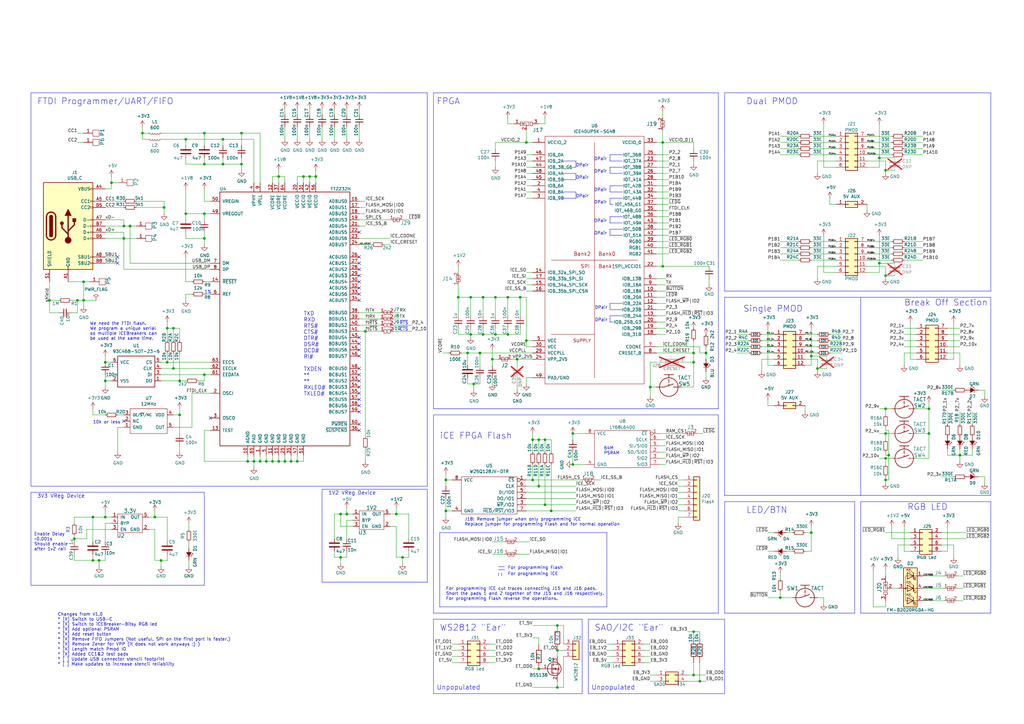
<source format=kicad_sch>
(kicad_sch (version 20231120) (generator "eeschema") (generator_version "8.0")
  (paper "A3")
  (title_block (title "iCEBreaker") (rev "V1.1a") (company "1BitSquared") (comment 1 "2019-2024 (C) 1BitSquared <info@1bitsquared.com>") (comment 2 "2019-2024 (C) Piotr Esden-Tempski <piotr@esden.net>") (comment 3 "License: CC-BY-SA V4.0"))
  (junction (at 208.28 137.16))
  (junction (at 193.04 121.92))
  (junction (at 142.24 210.82))
  (junction (at 215.9 139.7))
  (junction (at 220.98 180.34))
  (junction (at 360.68 107.95))
  (junction (at 332.74 218.44))
  (junction (at 364.49 186.69))
  (junction (at 287.02 279.4))
  (junction (at 50.8 97.79))
  (junction (at 196.85 144.78))
  (junction (at 83.82 67.31))
  (junction (at 83.82 97.79))
  (junction (at 101.6 189.23))
  (junction (at 99.06 54.61))
  (junction (at 50.8 92.71))
  (junction (at 191.77 144.78))
  (junction (at 198.12 137.16))
  (junction (at 40.64 229.87))
  (junction (at 106.68 189.23))
  (junction (at 71.12 151.13))
  (junction (at 73.66 156.21))
  (junction (at 201.93 147.32))
  (junction (at 194.31 157.48))
  (junction (at 38.1 212.09))
  (junction (at 162.56 210.82))
  (junction (at 38.1 229.87))
  (junction (at 393.7 186.69))
  (junction (at 284.48 144.78))
  (junction (at 73.66 170.18))
  (junction (at 34.29 123.19))
  (junction (at 193.04 137.16))
  (junction (at 121.92 189.23))
  (junction (at 119.38 189.23))
  (junction (at 228.6 281.94))
  (junction (at 149.86 135.89))
  (junction (at 91.44 67.31))
  (junction (at 223.52 180.34))
  (junction (at 182.88 209.55))
  (junction (at 99.06 67.31))
  (junction (at 139.7 228.6))
  (junction (at 45.72 74.93))
  (junction (at 381 167.64))
  (junction (at 360.68 64.77))
  (junction (at 111.76 189.23))
  (junction (at 165.1 228.6))
  (junction (at 53.34 92.71))
  (junction (at 30.48 220.98))
  (junction (at 124.46 72.39))
  (junction (at 43.18 212.09))
  (junction (at 20.32 123.19))
  (junction (at 218.44 196.85))
  (junction (at 71.12 134.62))
  (junction (at 212.09 147.32))
  (junction (at 198.12 121.92))
  (junction (at 234.95 190.5))
  (junction (at 213.36 121.92))
  (junction (at 363.22 113.03))
  (junction (at 284.48 276.86))
  (junction (at 114.3 189.23))
  (junction (at 68.58 148.59))
  (junction (at 83.82 87.63))
  (junction (at 226.06 209.55))
  (junction (at 220.98 199.39))
  (junction (at 66.04 229.87))
  (junction (at 63.5 212.09))
  (junction (at 320.04 245.11))
  (junction (at 284.48 259.08))
  (junction (at 266.7 158.75))
  (junction (at 104.14 189.23))
  (junction (at 58.42 54.61))
  (junction (at 284.48 148.59))
  (junction (at 31.75 123.19))
  (junction (at 127 72.39))
  (junction (at 363.22 196.85))
  (junction (at 116.84 189.23))
  (junction (at 43.18 156.21))
  (junction (at 34.29 115.57))
  (junction (at 289.56 144.78))
  (junction (at 208.28 121.92))
  (junction (at 83.82 153.67))
  (junction (at 228.6 256.54))
  (junction (at 381 177.8))
  (junction (at 234.95 177.8))
  (junction (at 335.28 151.13))
  (junction (at 363.22 177.8))
  (junction (at 223.52 207.01))
  (junction (at 43.18 148.59))
  (junction (at 129.54 72.39))
  (junction (at 203.2 137.16))
  (junction (at 271.78 109.22))
  (junction (at 187.96 121.92))
  (junction (at 67.31 85.09))
  (junction (at 220.98 274.32))
  (junction (at 363.22 69.85))
  (junction (at 203.2 121.92))
  (junction (at 76.2 57.15))
  (junction (at 139.7 210.82))
  (junction (at 68.58 134.62))
  (junction (at 218.44 180.34))
  (junction (at 109.22 189.23))
  (junction (at 215.9 58.42))
  (junction (at 363.22 187.96))
  (junction (at 182.88 196.85))
  (junction (at 91.44 57.15))
  (junction (at 114.3 72.39))
  (junction (at 363.22 167.64))
  (junction (at 228.6 266.7))
  (junction (at 332.74 146.05))
  (junction (at 271.78 58.42))
  (junction (at 83.82 54.61))
  (junction (at 76.2 87.63))
  (no_connect (at 147.32 161.29))
  (no_connect (at 147.32 158.75))
  (no_connect (at 147.32 151.13))
  (no_connect (at 147.32 156.21))
  (no_connect (at 147.32 153.67))
  (no_connect (at 147.32 143.51))
  (no_connect (at 147.32 146.05))
  (no_connect (at 147.32 140.97))
  (no_connect (at 147.32 138.43))
  (no_connect (at 147.32 173.99))
  (no_connect (at 147.32 105.41))
  (no_connect (at 147.32 120.65))
  (no_connect (at 147.32 123.19))
  (no_connect (at 147.32 176.53))
  (no_connect (at 147.32 107.95))
  (no_connect (at 147.32 168.91))
  (no_connect (at 86.36 171.45))
  (no_connect (at 50.8 172.72))
  (no_connect (at 147.32 163.83))
  (no_connect (at 48.26 105.41))
  (no_connect (at 147.32 110.49))
  (no_connect (at 147.32 115.57))
  (no_connect (at 147.32 113.03))
  (no_connect (at 147.32 95.25))
  (no_connect (at 147.32 166.37))
  (no_connect (at 48.26 107.95))
  (no_connect (at 147.32 118.11))
  (wire (pts (xy 142.24 210.82) (xy 142.24 208.28)))
  (wire (pts (xy 194.31 157.48) (xy 194.31 160.02)))
  (wire (pts (xy 121.92 72.39) (xy 124.46 72.39)))
  (wire (pts (xy 66.04 229.87) (xy 68.58 229.87)))
  (wire (pts (xy 363.22 236.22) (xy 363.22 233.68)))
  (wire (pts (xy 234.95 190.5) (xy 234.95 185.42)))
  (wire (pts (xy 269.24 73.66) (xy 274.32 73.66)))
  (wire (pts (xy 317.5 166.37) (xy 314.96 166.37)))
  (wire (pts (xy 193.04 121.92) (xy 193.04 129.54)))
  (wire (pts (xy 68.58 148.59) (xy 86.36 148.59)))
  (wire (pts (xy 370.84 215.9) (xy 370.84 226.06)))
  (polyline (pts (xy 250.19 83.82) (xy 251.46 83.82)))
  (wire (pts (xy 386.08 218.44) (xy 396.24 218.44)))
  (wire (pts (xy 248.92 271.78) (xy 251.46 271.78)))
  (polyline (pts (xy 294.64 251.46) (xy 177.8 251.46)))
  (wire (pts (xy 342.9 58.42) (xy 332.74 58.42)))
  (wire (pts (xy 375.92 187.96) (xy 381 187.96)))
  (wire (pts (xy 330.2 147.32) (xy 335.28 147.32)))
  (wire (pts (xy 203.2 66.04) (xy 203.2 68.58)))
  (wire (pts (xy 218.44 144.78) (xy 196.85 144.78)))
  (wire (pts (xy 218.44 73.66) (xy 215.9 73.66)))
  (wire (pts (xy 270.51 190.5) (xy 273.05 190.5)))
  (wire (pts (xy 78.74 120.65) (xy 76.2 120.65)))
  (wire (pts (xy 204.47 147.32) (xy 201.93 147.32)))
  (wire (pts (xy 165.1 228.6) (xy 165.1 231.14)))
  (wire (pts (xy 86.36 176.53) (xy 83.82 176.53)))
  (wire (pts (xy 378.46 241.3) (xy 387.35 241.3)))
  (wire (pts (xy 45.72 148.59) (xy 43.18 148.59)))
  (wire (pts (xy 287.02 279.4) (xy 281.94 279.4)))
  (wire (pts (xy 185.42 266.7) (xy 187.96 266.7)))
  (wire (pts (xy 196.85 154.94) (xy 196.85 157.48)))
  (wire (pts (xy 363.22 246.38) (xy 363.22 248.92)))
  (wire (pts (xy 360.68 167.64) (xy 363.22 167.64)))
  (wire (pts (xy 31.75 54.61) (xy 34.29 54.61)))
  (wire (pts (xy 332.74 226.06) (xy 330.2 226.06)))
  (polyline (pts (xy 294.64 167.64) (xy 177.8 167.64)))
  (polyline (pts (xy 250.19 132.08) (xy 251.46 132.08)))
  (wire (pts (xy 104.14 189.23) (xy 104.14 191.77)))
  (wire (pts (xy 91.44 57.15) (xy 104.14 57.15)))
  (wire (pts (xy 220.98 50.8) (xy 223.52 50.8)))
  (wire (pts (xy 330.2 139.7) (xy 335.28 139.7)))
  (wire (pts (xy 365.76 215.9) (xy 365.76 220.98)))
  (wire (pts (xy 322.58 226.06) (xy 325.12 226.06)))
  (wire (pts (xy 330.2 149.86) (xy 332.74 149.86)))
  (wire (pts (xy 363.22 195.58) (xy 363.22 196.85)))
  (wire (pts (xy 142.24 210.82) (xy 144.78 210.82)))
  (wire (pts (xy 327.66 99.06) (xy 320.04 99.06)))
  (polyline (pts (xy 255.27 93.98) (xy 250.19 93.98)))
  (wire (pts (xy 375.92 134.62) (xy 370.84 134.62)))
  (wire (pts (xy 81.28 156.21) (xy 83.82 156.21)))
  (wire (pts (xy 363.22 109.22) (xy 363.22 113.03)))
  (wire (pts (xy 193.04 134.62) (xy 193.04 137.16)))
  (wire (pts (xy 121.92 44.45) (xy 121.92 46.99)))
  (wire (pts (xy 53.34 92.71) (xy 55.88 92.71)))
  (wire (pts (xy 139.7 228.6) (xy 142.24 228.6)))
  (wire (pts (xy 381 167.64) (xy 381 165.1)))
  (wire (pts (xy 284.48 259.08) (xy 287.02 259.08)))
  (wire (pts (xy 370.84 55.88) (xy 378.46 55.88)))
  (polyline (pts (xy 180.34 218.44) (xy 248.92 218.44)))
  (wire (pts (xy 289.56 144.78) (xy 289.56 147.32)))
  (wire (pts (xy 370.84 226.06) (xy 373.38 226.06)))
  (wire (pts (xy 373.38 218.44) (xy 363.22 218.44)))
  (wire (pts (xy 149.86 179.07) (xy 149.86 135.89)))
  (wire (pts (xy 187.96 109.22) (xy 187.96 111.76)))
  (polyline (pts (xy 177.8 167.64) (xy 177.8 38.1)))
  (wire (pts (xy 137.16 44.45) (xy 137.16 46.99)))
  (polyline (pts (xy 204.47 232.41) (xy 207.01 232.41)))
  (wire (pts (xy 83.82 90.17) (xy 83.82 87.63)))
  (wire (pts (xy 363.22 185.42) (xy 363.22 186.69)))
  (wire (pts (xy 161.29 128.27) (xy 163.83 128.27)))
  (wire (pts (xy 342.9 101.6) (xy 332.74 101.6)))
  (wire (pts (xy 83.82 156.21) (xy 83.82 153.67)))
  (polyline (pts (xy 294.64 170.18) (xy 294.64 251.46)))
  (wire (pts (xy 73.66 139.7) (xy 73.66 134.62)))
  (polyline (pts (xy 406.4 121.92) (xy 406.4 203.2)))
  (polyline (pts (xy 248.92 248.92) (xy 180.34 248.92)))
  (polyline (pts (xy 231.14 78.74) (xy 236.22 78.74)))
  (wire (pts (xy 68.58 212.09) (xy 68.58 222.25)))
  (wire (pts (xy 73.66 156.21) (xy 76.2 156.21)))
  (wire (pts (xy 314.96 149.86) (xy 314.96 134.62)))
  (wire (pts (xy 220.98 274.32) (xy 218.44 274.32)))
  (wire (pts (xy 139.7 215.9) (xy 139.7 210.82)))
  (wire (pts (xy 218.44 119.38) (xy 215.9 119.38)))
  (wire (pts (xy 284.48 158.75) (xy 284.48 148.59)))
  (wire (pts (xy 114.3 186.69) (xy 114.3 189.23)))
  (wire (pts (xy 287.02 279.4) (xy 289.56 279.4)))
  (wire (pts (xy 111.76 74.93) (xy 111.76 72.39)))
  (wire (pts (xy 220.98 180.34) (xy 220.98 185.42)))
  (wire (pts (xy 208.28 121.92) (xy 208.28 129.54)))
  (wire (pts (xy 43.18 214.63) (xy 43.18 222.25)))
  (polyline (pts (xy 236.22 81.28) (xy 231.14 81.28)))
  (wire (pts (xy 355.6 55.88) (xy 365.76 55.88)))
  (wire (pts (xy 73.66 170.18) (xy 73.66 167.64)))
  (wire (pts (xy 269.24 148.59) (xy 266.7 148.59)))
  (wire (pts (xy 167.64 228.6) (xy 167.64 226.06)))
  (wire (pts (xy 363.22 177.8) (xy 365.76 177.8)))
  (wire (pts (xy 218.44 78.74) (xy 215.9 78.74)))
  (polyline (pts (xy 255.27 76.2) (xy 250.19 76.2)))
  (wire (pts (xy 147.32 130.81) (xy 156.21 130.81)))
  (wire (pts (xy 193.04 121.92) (xy 187.96 121.92)))
  (wire (pts (xy 43.18 107.95) (xy 48.26 107.95)))
  (wire (pts (xy 116.84 44.45) (xy 116.84 46.99)))
  (wire (pts (xy 187.96 134.62) (xy 187.96 137.16)))
  (wire (pts (xy 116.84 189.23) (xy 119.38 189.23)))
  (wire (pts (xy 29.21 128.27) (xy 31.75 128.27)))
  (wire (pts (xy 76.2 90.17) (xy 76.2 87.63)))
  (wire (pts (xy 363.22 109.22) (xy 355.6 109.22)))
  (wire (pts (xy 76.2 120.65) (xy 76.2 123.19)))
  (polyline (pts (xy 177.8 254) (xy 238.76 254)))
  (polyline (pts (xy 250.19 93.98) (xy 250.19 96.52)))
  (wire (pts (xy 185.42 209.55) (xy 182.88 209.55)))
  (wire (pts (xy 269.24 137.16) (xy 273.05 137.16)))
  (wire (pts (xy 48.26 74.93) (xy 45.72 74.93)))
  (wire (pts (xy 342.9 104.14) (xy 332.74 104.14)))
  (wire (pts (xy 106.68 189.23) (xy 109.22 189.23)))
  (wire (pts (xy 398.78 173.99) (xy 398.78 168.91)))
  (wire (pts (xy 360.68 111.76) (xy 355.6 111.76)))
  (wire (pts (xy 165.1 228.6) (xy 167.64 228.6)))
  (wire (pts (xy 187.96 264.16) (xy 185.42 264.16)))
  (wire (pts (xy 63.5 212.09) (xy 63.5 209.55)))
  (wire (pts (xy 317.5 142.24) (xy 312.42 142.24)))
  (wire (pts (xy 393.7 173.99) (xy 393.7 168.91)))
  (wire (pts (xy 364.49 186.69) (xy 364.49 196.85)))
  (wire (pts (xy 325.12 245.11) (xy 320.04 245.11)))
  (wire (pts (xy 330.2 166.37) (xy 330.2 168.91)))
  (wire (pts (xy 218.44 190.5) (xy 218.44 196.85)))
  (wire (pts (xy 147.32 44.45) (xy 147.32 46.99)))
  (wire (pts (xy 342.9 55.88) (xy 332.74 55.88)))
  (wire (pts (xy 201.93 147.32) (xy 201.93 149.86)))
  (wire (pts (xy 55.88 82.55) (xy 67.31 82.55)))
  (wire (pts (xy 213.36 121.92) (xy 208.28 121.92)))
  (wire (pts (xy 50.8 170.18) (xy 48.26 170.18)))
  (wire (pts (xy 218.44 142.24) (xy 215.9 142.24)))
  (wire (pts (xy 208.28 50.8) (xy 210.82 50.8)))
  (wire (pts (xy 269.24 119.38) (xy 273.05 119.38)))
  (wire (pts (xy 264.16 266.7) (xy 266.7 266.7)))
  (wire (pts (xy 53.34 107.95) (xy 53.34 92.71)))
  (wire (pts (xy 99.06 67.31) (xy 99.06 69.85)))
  (wire (pts (xy 317.5 149.86) (xy 314.96 149.86)))
  (wire (pts (xy 208.28 137.16) (xy 203.2 137.16)))
  (polyline (pts (xy 250.19 68.58) (xy 250.19 71.12)))
  (wire (pts (xy 269.24 144.78) (xy 284.48 144.78)))
  (wire (pts (xy 63.5 217.17) (xy 63.5 229.87)))
  (polyline (pts (xy 175.26 38.1) (xy 175.26 199.39)))
  (wire (pts (xy 284.48 148.59) (xy 284.48 144.78)))
  (wire (pts (xy 320.04 237.49) (xy 320.04 234.95)))
  (wire (pts (xy 360.68 107.95) (xy 367.03 107.95)))
  (wire (pts (xy 215.9 154.94) (xy 215.9 157.48)))
  (wire (pts (xy 67.31 82.55) (xy 67.31 85.09)))
  (wire (pts (xy 104.14 189.23) (xy 106.68 189.23)))
  (wire (pts (xy 269.24 132.08) (xy 273.05 132.08)))
  (wire (pts (xy 218.44 177.8) (xy 218.44 180.34)))
  (polyline (pts (xy 406.4 38.1) (xy 406.4 119.38)))
  (wire (pts (xy 109.22 186.69) (xy 109.22 189.23)))
  (wire (pts (xy 368.3 223.52) (xy 373.38 223.52)))
  (wire (pts (xy 99.06 54.61) (xy 99.06 59.69)))
  (wire (pts (xy 203.2 134.62) (xy 203.2 137.16)))
  (wire (pts (xy 271.78 58.42) (xy 284.48 58.42)))
  (wire (pts (xy 269.24 116.84) (xy 273.05 116.84)))
  (wire (pts (xy 335.28 151.13) (xy 339.09 151.13)))
  (wire (pts (xy 403.86 160.02) (xy 403.86 162.56)))
  (polyline (pts (xy 250.19 63.5) (xy 250.19 66.04)))
  (wire (pts (xy 212.09 227.33) (xy 217.17 227.33)))
  (wire (pts (xy 284.48 276.86) (xy 289.56 276.86)))
  (wire (pts (xy 393.7 184.15) (xy 393.7 186.69)))
  (wire (pts (xy 284.48 259.08) (xy 281.94 259.08)))
  (wire (pts (xy 71.12 170.18) (xy 73.66 170.18)))
  (wire (pts (xy 317.5 226.06) (xy 314.96 226.06)))
  (wire (pts (xy 340.36 137.16) (xy 345.44 137.16)))
  (wire (pts (xy 355.6 106.68) (xy 365.76 106.68)))
  (wire (pts (xy 34.29 115.57) (xy 34.29 123.19)))
  (wire (pts (xy 330.2 144.78) (xy 335.28 144.78)))
  (wire (pts (xy 269.24 101.6) (xy 274.32 101.6)))
  (polyline (pts (xy 297.18 254) (xy 297.18 284.48)))
  (wire (pts (xy 198.12 121.92) (xy 198.12 129.54)))
  (polyline (pts (xy 255.27 68.58) (xy 250.19 68.58)))
  (wire (pts (xy 73.66 170.18) (xy 73.66 177.8)))
  (wire (pts (xy 30.48 229.87) (xy 38.1 229.87)))
  (polyline (pts (xy 177.8 284.48) (xy 177.8 254)))
  (wire (pts (xy 147.32 90.17) (xy 160.02 90.17)))
  (wire (pts (xy 109.22 189.23) (xy 111.76 189.23)))
  (wire (pts (xy 132.08 52.07) (xy 132.08 57.15)))
  (wire (pts (xy 147.32 87.63) (xy 149.86 87.63)))
  (wire (pts (xy 223.52 180.34) (xy 223.52 185.42)))
  (wire (pts (xy 76.2 57.15) (xy 76.2 59.69)))
  (wire (pts (xy 269.24 99.06) (xy 274.32 99.06)))
  (wire (pts (xy 289.56 142.24) (xy 289.56 144.78)))
  (wire (pts (xy 209.55 147.32) (xy 212.09 147.32)))
  (wire (pts (xy 127 44.45) (xy 127 46.99)))
  (wire (pts (xy 401.32 160.02) (xy 403.86 160.02)))
  (wire (pts (xy 218.44 139.7) (xy 215.9 139.7)))
  (wire (pts (xy 129.54 72.39) (xy 129.54 69.85)))
  (wire (pts (xy 327.66 58.42) (xy 320.04 58.42)))
  (wire (pts (xy 269.24 93.98) (xy 274.32 93.98)))
  (wire (pts (xy 271.78 109.22) (xy 290.83 109.22)))
  (wire (pts (xy 43.18 105.41) (xy 48.26 105.41)))
  (wire (pts (xy 269.24 63.5) (xy 274.32 63.5)))
  (polyline (pts (xy 255.27 124.46) (xy 250.19 124.46)))
  (wire (pts (xy 215.9 207.01) (xy 223.52 207.01)))
  (wire (pts (xy 393.7 186.69) (xy 393.7 189.23)))
  (polyline (pts (xy 205.74 234.95) (xy 205.74 236.22)))
  (wire (pts (xy 78.74 115.57) (xy 76.2 115.57)))
  (wire (pts (xy 43.18 90.17) (xy 50.8 90.17)))
  (wire (pts (xy 45.72 72.39) (xy 45.72 74.93)))
  (wire (pts (xy 137.16 210.82) (xy 137.16 220.98)))
  (wire (pts (xy 83.82 176.53) (xy 83.82 189.23)))
  (wire (pts (xy 312.42 147.32) (xy 317.5 147.32)))
  (wire (pts (xy 187.96 116.84) (xy 187.96 121.92)))
  (wire (pts (xy 218.44 68.58) (xy 215.9 68.58)))
  (wire (pts (xy 220.98 199.39) (xy 236.22 199.39)))
  (wire (pts (xy 218.44 111.76) (xy 215.9 111.76)))
  (wire (pts (xy 38.1 212.09) (xy 43.18 212.09)))
  (wire (pts (xy 167.64 210.82) (xy 167.64 220.98)))
  (wire (pts (xy 116.84 186.69) (xy 116.84 189.23)))
  (wire (pts (xy 269.24 114.3) (xy 273.05 114.3)))
  (wire (pts (xy 335.28 109.22) (xy 342.9 109.22)))
  (polyline (pts (xy 250.19 129.54) (xy 250.19 132.08)))
  (wire (pts (xy 161.29 135.89) (xy 168.91 135.89)))
  (wire (pts (xy 226.06 209.55) (xy 226.06 190.5)))
  (wire (pts (xy 360.68 177.8) (xy 363.22 177.8)))
  (wire (pts (xy 50.8 110.49) (xy 86.36 110.49)))
  (wire (pts (xy 215.9 201.93) (xy 236.22 201.93)))
  (wire (pts (xy 36.83 115.57) (xy 34.29 115.57)))
  (wire (pts (xy 335.28 245.11) (xy 337.82 245.11)))
  (wire (pts (xy 50.8 110.49) (xy 50.8 97.79)))
  (wire (pts (xy 99.06 54.61) (xy 106.68 54.61)))
  (wire (pts (xy 58.42 57.15) (xy 60.96 57.15)))
  (wire (pts (xy 269.24 127) (xy 273.05 127)))
  (wire (pts (xy 360.68 64.77) (xy 367.03 64.77)))
  (wire (pts (xy 388.62 173.99) (xy 388.62 168.91)))
  (wire (pts (xy 212.09 154.94) (xy 212.09 160.02)))
  (wire (pts (xy 83.82 67.31) (xy 91.44 67.31)))
  (wire (pts (xy 360.68 68.58) (xy 360.68 64.77)))
  (wire (pts (xy 162.56 210.82) (xy 167.64 210.82)))
  (wire (pts (xy 218.44 81.28) (xy 215.9 81.28)))
  (polyline (pts (xy 236.22 78.74) (xy 236.22 81.28)))
  (wire (pts (xy 223.52 207.01) (xy 236.22 207.01)))
  (polyline (pts (xy 353.06 121.92) (xy 353.06 203.2)))
  (wire (pts (xy 124.46 72.39) (xy 124.46 74.93)))
  (wire (pts (xy 278.13 201.93) (xy 280.67 201.93)))
  (wire (pts (xy 203.2 121.92) (xy 203.2 129.54)))
  (wire (pts (xy 355.6 60.96) (xy 365.76 60.96)))
  (wire (pts (xy 270.51 180.34) (xy 273.05 180.34)))
  (wire (pts (xy 218.44 196.85) (xy 238.76 196.85)))
  (wire (pts (xy 68.58 134.62) (xy 68.58 139.7)))
  (wire (pts (xy 218.44 71.12) (xy 215.9 71.12)))
  (wire (pts (xy 332.74 149.86) (xy 332.74 146.05)))
  (wire (pts (xy 363.22 175.26) (xy 363.22 176.53)))
  (wire (pts (xy 269.24 68.58) (xy 274.32 68.58)))
  (wire (pts (xy 363.22 186.69) (xy 364.49 186.69)))
  (wire (pts (xy 335.28 66.04) (xy 335.28 71.12)))
  (wire (pts (xy 76.2 64.77) (xy 76.2 67.31)))
  (wire (pts (xy 218.44 66.04) (xy 215.9 66.04)))
  (wire (pts (xy 226.06 209.55) (xy 236.22 209.55)))
  (wire (pts (xy 218.44 76.2) (xy 215.9 76.2)))
  (wire (pts (xy 43.18 229.87) (xy 43.18 227.33)))
  (wire (pts (xy 198.12 137.16) (xy 198.12 134.62)))
  (wire (pts (xy 63.5 212.09) (xy 68.58 212.09)))
  (polyline (pts (xy 297.18 205.74) (xy 350.52 205.74)))
  (polyline (pts (xy 12.7 38.1) (xy 175.26 38.1)))
  (wire (pts (xy 142.24 213.36) (xy 142.24 220.98)))
  (wire (pts (xy 185.42 196.85) (xy 182.88 196.85)))
  (wire (pts (xy 327.66 101.6) (xy 320.04 101.6)))
  (wire (pts (xy 20.32 115.57) (xy 20.32 123.19)))
  (wire (pts (xy 147.32 82.55) (xy 149.86 82.55)))
  (wire (pts (xy 121.92 186.69) (xy 121.92 189.23)))
  (wire (pts (xy 43.18 212.09) (xy 45.72 212.09)))
  (wire (pts (xy 212.09 222.25) (xy 217.17 222.25)))
  (wire (pts (xy 43.18 82.55) (xy 50.8 82.55)))
  (polyline (pts (xy 297.18 251.46) (xy 297.18 205.74)))
  (wire (pts (xy 83.82 97.79) (xy 83.82 95.25)))
  (wire (pts (xy 355.6 99.06) (xy 365.76 99.06)))
  (wire (pts (xy 269.24 109.22) (xy 271.78 109.22)))
  (wire (pts (xy 66.04 148.59) (xy 68.58 148.59)))
  (wire (pts (xy 278.13 199.39) (xy 280.67 199.39)))
  (wire (pts (xy 270.51 185.42) (xy 273.05 185.42)))
  (wire (pts (xy 91.44 64.77) (xy 91.44 67.31)))
  (wire (pts (xy 284.48 58.42) (xy 284.48 60.96)))
  (wire (pts (xy 269.24 83.82) (xy 274.32 83.82)))
  (polyline (pts (xy 238.76 254) (xy 238.76 284.48)))
  (wire (pts (xy 30.48 219.71) (xy 30.48 220.98)))
  (polyline (pts (xy 250.19 127) (xy 255.27 127)))
  (wire (pts (xy 228.6 256.54) (xy 218.44 256.54)))
  (wire (pts (xy 119.38 186.69) (xy 119.38 189.23)))
  (wire (pts (xy 330.2 142.24) (xy 335.28 142.24)))
  (wire (pts (xy 269.24 158.75) (xy 266.7 158.75)))
  (wire (pts (xy 360.68 107.95) (xy 360.68 96.52)))
  (wire (pts (xy 191.77 144.78) (xy 196.85 144.78)))
  (wire (pts (xy 220.98 261.62) (xy 220.98 264.16)))
  (wire (pts (xy 182.88 204.47) (xy 182.88 209.55)))
  (wire (pts (xy 218.44 180.34) (xy 220.98 180.34)))
  (wire (pts (xy 363.22 177.8) (xy 363.22 180.34)))
  (wire (pts (xy 67.31 85.09) (xy 67.31 87.63)))
  (polyline (pts (xy 83.82 201.93) (xy 83.82 240.03)))
  (polyline (pts (xy 297.18 284.48) (xy 241.3 284.48)))
  (wire (pts (xy 278.13 207.01) (xy 280.67 207.01)))
  (wire (pts (xy 111.76 72.39) (xy 114.3 72.39)))
  (wire (pts (xy 370.84 58.42) (xy 378.46 58.42)))
  (wire (pts (xy 66.04 156.21) (xy 73.66 156.21)))
  (wire (pts (xy 330.2 218.44) (xy 332.74 218.44)))
  (wire (pts (xy 200.66 271.78) (xy 203.2 271.78)))
  (wire (pts (xy 403.86 195.58) (xy 403.86 198.12)))
  (wire (pts (xy 327.66 104.14) (xy 320.04 104.14)))
  (wire (pts (xy 289.56 152.4) (xy 289.56 154.94)))
  (wire (pts (xy 201.93 154.94) (xy 201.93 157.48)))
  (wire (pts (xy 124.46 72.39) (xy 127 72.39)))
  (wire (pts (xy 363.22 167.64) (xy 365.76 167.64)))
  (wire (pts (xy 161.29 133.35) (xy 168.91 133.35)))
  (wire (pts (xy 149.86 184.15) (xy 149.86 189.23)))
  (wire (pts (xy 20.32 128.27) (xy 20.32 123.19)))
  (wire (pts (xy 63.5 229.87) (xy 66.04 229.87)))
  (wire (pts (xy 391.16 160.02) (xy 386.08 160.02)))
  (wire (pts (xy 386.08 223.52) (xy 391.16 223.52)))
  (wire (pts (xy 161.29 130.81) (xy 163.83 130.81)))
  (wire (pts (xy 132.08 44.45) (xy 132.08 46.99)))
  (wire (pts (xy 269.24 81.28) (xy 274.32 81.28)))
  (wire (pts (xy 312.42 152.4) (xy 312.42 147.32)))
  (polyline (pts (xy 250.19 91.44) (xy 255.27 91.44)))
  (wire (pts (xy 185.42 271.78) (xy 187.96 271.78)))
  (wire (pts (xy 337.82 68.58) (xy 337.82 50.8)))
  (wire (pts (xy 284.48 261.62) (xy 284.48 259.08)))
  (wire (pts (xy 364.49 176.53) (xy 364.49 186.69)))
  (wire (pts (xy 327.66 55.88) (xy 320.04 55.88)))
  (wire (pts (xy 129.54 72.39) (xy 129.54 74.93)))
  (wire (pts (xy 38.1 227.33) (xy 38.1 229.87)))
  (wire (pts (xy 73.66 134.62) (xy 71.12 134.62)))
  (wire (pts (xy 375.92 144.78) (xy 370.84 144.78)))
  (wire (pts (xy 91.44 67.31) (xy 99.06 67.31)))
  (polyline (pts (xy 406.4 251.46) (xy 353.06 251.46)))
  (wire (pts (xy 20.32 123.19) (xy 24.13 123.19)))
  (wire (pts (xy 43.18 153.67) (xy 43.18 156.21)))
  (polyline (pts (xy 231.14 71.12) (xy 236.22 71.12)))
  (wire (pts (xy 116.84 72.39) (xy 116.84 74.93)))
  (wire (pts (xy 165.1 90.17) (xy 167.64 90.17)))
  (wire (pts (xy 34.29 123.19) (xy 39.37 123.19)))
  (wire (pts (xy 264.16 271.78) (xy 266.7 271.78)))
  (wire (pts (xy 30.48 214.63) (xy 30.48 212.09)))
  (wire (pts (xy 393.7 144.78) (xy 393.7 149.86)))
  (wire (pts (xy 218.44 63.5) (xy 215.9 63.5)))
  (wire (pts (xy 71.12 151.13) (xy 86.36 151.13)))
  (wire (pts (xy 137.16 210.82) (xy 139.7 210.82)))
  (wire (pts (xy 50.8 97.79) (xy 50.8 95.25)))
  (wire (pts (xy 228.6 266.7) (xy 231.14 266.7)))
  (polyline (pts (xy 241.3 254) (xy 297.18 254)))
  (wire (pts (xy 270.51 182.88) (xy 273.05 182.88)))
  (wire (pts (xy 106.68 54.61) (xy 106.68 74.93)))
  (wire (pts (xy 391.16 132.08) (xy 391.16 147.32)))
  (polyline (pts (xy 294.64 38.1) (xy 294.64 167.64)))
  (wire (pts (xy 30.48 220.98) (xy 35.56 220.98)))
  (wire (pts (xy 114.3 72.39) (xy 114.3 69.85)))
  (wire (pts (xy 60.96 217.17) (xy 63.5 217.17)))
  (polyline (pts (xy 406.4 203.2) (xy 297.18 203.2)))
  (wire (pts (xy 142.24 228.6) (xy 142.24 226.06)))
  (wire (pts (xy 355.6 68.58) (xy 360.68 68.58)))
  (wire (pts (xy 269.24 124.46) (xy 273.05 124.46)))
  (wire (pts (xy 43.18 85.09) (xy 50.8 85.09)))
  (wire (pts (xy 278.13 209.55) (xy 280.67 209.55)))
  (wire (pts (xy 40.64 229.87) (xy 40.64 232.41)))
  (wire (pts (xy 363.22 69.85) (xy 367.03 69.85)))
  (wire (pts (xy 307.34 142.24) (xy 302.26 142.24)))
  (wire (pts (xy 66.04 153.67) (xy 83.82 153.67)))
  (wire (pts (xy 201.93 222.25) (xy 207.01 222.25)))
  (polyline (pts (xy 255.27 88.9) (xy 250.19 88.9)))
  (wire (pts (xy 317.5 218.44) (xy 314.96 218.44)))
  (wire (pts (xy 388.62 147.32) (xy 391.16 147.32)))
  (wire (pts (xy 43.18 97.79) (xy 50.8 97.79)))
  (wire (pts (xy 375.92 147.32) (xy 373.38 147.32)))
  (polyline (pts (xy 250.19 81.28) (xy 250.19 83.82)))
  (wire (pts (xy 147.32 133.35) (xy 156.21 133.35)))
  (wire (pts (xy 358.14 248.92) (xy 358.14 233.68)))
  (polyline (pts (xy 175.26 199.39) (xy 12.7 199.39)))
  (wire (pts (xy 269.24 104.14) (xy 274.32 104.14)))
  (wire (pts (xy 287.02 259.08) (xy 287.02 261.62)))
  (wire (pts (xy 139.7 210.82) (xy 142.24 210.82)))
  (wire (pts (xy 68.58 229.87) (xy 68.58 227.33)))
  (wire (pts (xy 223.52 207.01) (xy 223.52 190.5)))
  (wire (pts (xy 284.48 276.86) (xy 281.94 276.86)))
  (wire (pts (xy 231.14 269.24) (xy 231.14 281.94)))
  (wire (pts (xy 78.74 175.26) (xy 78.74 161.29)))
  (wire (pts (xy 101.6 189.23) (xy 104.14 189.23)))
  (wire (pts (xy 355.6 58.42) (xy 365.76 58.42)))
  (wire (pts (xy 342.9 68.58) (xy 337.82 68.58)))
  (wire (pts (xy 392.43 241.3) (xy 394.97 241.3)))
  (wire (pts (xy 58.42 54.61) (xy 58.42 57.15)))
  (wire (pts (xy 147.32 100.33) (xy 152.4 100.33)))
  (wire (pts (xy 327.66 106.68) (xy 320.04 106.68)))
  (wire (pts (xy 342.9 60.96) (xy 332.74 60.96)))
  (wire (pts (xy 77.47 214.63) (xy 77.47 217.17)))
  (polyline (pts (xy 234.95 68.58) (xy 236.22 68.58)))
  (wire (pts (xy 388.62 142.24) (xy 393.7 142.24)))
  (wire (pts (xy 284.48 66.04) (xy 284.48 67.31)))
  (wire (pts (xy 218.44 114.3) (xy 215.9 114.3)))
  (polyline (pts (xy 250.19 124.46) (xy 250.19 127)))
  (wire (pts (xy 137.16 226.06) (xy 137.16 228.6)))
  (wire (pts (xy 251.46 264.16) (xy 248.92 264.16)))
  (wire (pts (xy 29.21 123.19) (xy 31.75 123.19)))
  (polyline (pts (xy 175.26 200.66) (xy 175.26 238.76)))
  (wire (pts (xy 73.66 144.78) (xy 73.66 156.21)))
  (wire (pts (xy 269.24 58.42) (xy 271.78 58.42)))
  (wire (pts (xy 203.2 137.16) (xy 198.12 137.16)))
  (wire (pts (xy 393.7 186.69) (xy 398.78 186.69)))
  (polyline (pts (xy 236.22 71.12) (xy 236.22 73.66)))
  (wire (pts (xy 50.8 97.79) (xy 55.88 97.79)))
  (wire (pts (xy 149.86 135.89) (xy 156.21 135.89)))
  (wire (pts (xy 160.02 215.9) (xy 162.56 215.9)))
  (wire (pts (xy 147.32 97.79) (xy 160.02 97.79)))
  (wire (pts (xy 266.7 148.59) (xy 266.7 158.75)))
  (wire (pts (xy 327.66 63.5) (xy 320.04 63.5)))
  (wire (pts (xy 162.56 228.6) (xy 165.1 228.6)))
  (wire (pts (xy 375.92 137.16) (xy 370.84 137.16)))
  (wire (pts (xy 58.42 54.61) (xy 60.96 54.61)))
  (wire (pts (xy 228.6 281.94) (xy 218.44 281.94)))
  (wire (pts (xy 86.36 82.55) (xy 83.82 82.55)))
  (polyline (pts (xy 250.19 96.52) (xy 255.27 96.52)))
  (wire (pts (xy 240.03 177.8) (xy 234.95 177.8)))
  (wire (pts (xy 60.96 212.09) (xy 63.5 212.09)))
  (wire (pts (xy 218.44 261.62) (xy 220.98 261.62)))
  (wire (pts (xy 271.78 45.72) (xy 271.78 48.26)))
  (wire (pts (xy 215.9 204.47) (xy 236.22 204.47)))
  (wire (pts (xy 66.04 54.61) (xy 83.82 54.61)))
  (wire (pts (xy 317.5 137.16) (xy 312.42 137.16)))
  (wire (pts (xy 269.24 91.44) (xy 274.32 91.44)))
  (polyline (pts (xy 204.47 234.95) (xy 204.47 236.22)))
  (wire (pts (xy 38.1 212.09) (xy 38.1 222.25)))
  (polyline (pts (xy 297.18 121.92) (xy 406.4 121.92)))
  (wire (pts (xy 187.96 121.92) (xy 187.96 129.54)))
  (wire (pts (xy 45.72 74.93) (xy 45.72 77.47)))
  (polyline (pts (xy 350.52 205.74) (xy 350.52 251.46)))
  (wire (pts (xy 27.94 115.57) (xy 34.29 115.57)))
  (wire (pts (xy 35.56 220.98) (xy 35.56 217.17)))
  (wire (pts (xy 340.36 144.78) (xy 345.44 144.78)))
  (wire (pts (xy 191.77 149.86) (xy 191.77 144.78)))
  (wire (pts (xy 76.2 87.63) (xy 76.2 77.47)))
  (wire (pts (xy 280.67 196.85) (xy 278.13 196.85)))
  (wire (pts (xy 200.66 264.16) (xy 203.2 264.16)))
  (wire (pts (xy 378.46 246.38) (xy 387.35 246.38)))
  (wire (pts (xy 83.82 153.67) (xy 86.36 153.67)))
  (wire (pts (xy 200.66 266.7) (xy 203.2 266.7)))
  (wire (pts (xy 375.92 167.64) (xy 381 167.64)))
  (wire (pts (xy 317.5 139.7) (xy 312.42 139.7)))
  (wire (pts (xy 388.62 139.7) (xy 393.7 139.7)))
  (wire (pts (xy 234.95 177.8) (xy 234.95 180.34)))
  (polyline (pts (xy 177.8 251.46) (xy 177.8 170.18)))
  (wire (pts (xy 269.24 129.54) (xy 273.05 129.54)))
  (wire (pts (xy 30.48 220.98) (xy 30.48 222.25)))
  (wire (pts (xy 215.9 58.42) (xy 203.2 58.42)))
  (wire (pts (xy 342.9 99.06) (xy 332.74 99.06)))
  (wire (pts (xy 381 177.8) (xy 381 167.64)))
  (wire (pts (xy 144.78 215.9) (xy 139.7 215.9)))
  (wire (pts (xy 320.04 242.57) (xy 320.04 245.11)))
  (wire (pts (xy 193.04 137.16) (xy 193.04 138.43)))
  (wire (pts (xy 191.77 154.94) (xy 191.77 157.48)))
  (wire (pts (xy 76.2 115.57) (xy 76.2 105.41)))
  (wire (pts (xy 281.94 148.59) (xy 284.48 148.59)))
  (polyline (pts (xy 132.08 200.66) (xy 175.26 200.66)))
  (polyline (pts (xy 250.19 78.74) (xy 255.27 78.74)))
  (wire (pts (xy 332.74 215.9) (xy 332.74 218.44)))
  (wire (pts (xy 43.18 212.09) (xy 43.18 209.55)))
  (wire (pts (xy 269.24 121.92) (xy 273.05 121.92)))
  (wire (pts (xy 162.56 215.9) (xy 162.56 228.6)))
  (wire (pts (xy 127 72.39) (xy 129.54 72.39)))
  (wire (pts (xy 31.75 123.19) (xy 34.29 123.19)))
  (wire (pts (xy 355.6 83.82) (xy 355.6 86.36)))
  (wire (pts (xy 269.24 88.9) (xy 274.32 88.9)))
  (polyline (pts (xy 406.4 119.38) (xy 297.18 119.38)))
  (wire (pts (xy 208.28 134.62) (xy 208.28 137.16)))
  (wire (pts (xy 76.2 57.15) (xy 91.44 57.15)))
  (wire (pts (xy 388.62 226.06) (xy 388.62 215.9)))
  (wire (pts (xy 215.9 196.85) (xy 218.44 196.85)))
  (wire (pts (xy 124.46 189.23) (xy 124.46 186.69)))
  (wire (pts (xy 213.36 134.62) (xy 213.36 137.16)))
  (polyline (pts (xy 350.52 251.46) (xy 297.18 251.46)))
  (wire (pts (xy 104.14 186.69) (xy 104.14 189.23)))
  (wire (pts (xy 375.92 177.8) (xy 381 177.8)))
  (wire (pts (xy 116.84 52.07) (xy 116.84 57.15)))
  (wire (pts (xy 43.18 148.59) (xy 43.18 146.05)))
  (wire (pts (xy 388.62 134.62) (xy 393.7 134.62)))
  (wire (pts (xy 147.32 85.09) (xy 149.86 85.09)))
  (wire (pts (xy 342.9 106.68) (xy 332.74 106.68)))
  (wire (pts (xy 215.9 53.34) (xy 215.9 58.42)))
  (wire (pts (xy 114.3 74.93) (xy 114.3 72.39)))
  (wire (pts (xy 363.22 66.04) (xy 363.22 69.85)))
  (wire (pts (xy 43.18 92.71) (xy 50.8 92.71)))
  (wire (pts (xy 157.48 100.33) (xy 160.02 100.33)))
  (wire (pts (xy 147.32 52.07) (xy 147.32 57.15)))
  (wire (pts (xy 182.88 196.85) (xy 182.88 199.39)))
  (wire (pts (xy 360.68 187.96) (xy 363.22 187.96)))
  (wire (pts (xy 40.64 229.87) (xy 43.18 229.87)))
  (wire (pts (xy 45.72 156.21) (xy 43.18 156.21)))
  (wire (pts (xy 142.24 52.07) (xy 142.24 57.15)))
  (wire (pts (xy 368.3 241.3) (xy 365.76 241.3)))
  (wire (pts (xy 218.44 116.84) (xy 215.9 116.84)))
  (wire (pts (xy 342.9 83.82) (xy 340.36 83.82)))
  (wire (pts (xy 77.47 229.87) (xy 77.47 232.41)))
  (wire (pts (xy 215.9 121.92) (xy 213.36 121.92)))
  (wire (pts (xy 271.78 58.42) (xy 271.78 109.22)))
  (wire (pts (xy 248.92 269.24) (xy 251.46 269.24)))
  (polyline (pts (xy 12.7 240.03) (xy 12.7 201.93)))
  (polyline (pts (xy 180.34 248.92) (xy 180.34 218.44)))
  (polyline (pts (xy 204.47 233.68) (xy 207.01 233.68)))
  (wire (pts (xy 220.98 190.5) (xy 220.98 199.39)))
  (wire (pts (xy 360.68 64.77) (xy 360.68 50.8)))
  (wire (pts (xy 388.62 137.16) (xy 393.7 137.16)))
  (wire (pts (xy 34.29 123.19) (xy 34.29 125.73)))
  (wire (pts (xy 370.84 101.6) (xy 378.46 101.6)))
  (wire (pts (xy 285.75 177.8) (xy 288.29 177.8)))
  (wire (pts (xy 264.16 269.24) (xy 266.7 269.24)))
  (wire (pts (xy 215.9 199.39) (xy 220.98 199.39)))
  (wire (pts (xy 198.12 121.92) (xy 193.04 121.92)))
  (wire (pts (xy 111.76 186.69) (xy 111.76 189.23)))
  (wire (pts (xy 71.12 134.62) (xy 71.12 139.7)))
  (wire (pts (xy 278.13 204.47) (xy 280.67 204.47)))
  (wire (pts (xy 220.98 180.34) (xy 223.52 180.34)))
  (wire (pts (xy 269.24 279.4) (xy 266.7 279.4)))
  (wire (pts (xy 373.38 147.32) (xy 373.38 132.08)))
  (polyline (pts (xy 175.26 238.76) (xy 132.08 238.76)))
  (wire (pts (xy 78.74 161.29) (xy 86.36 161.29)))
  (polyline (pts (xy 353.06 251.46) (xy 353.06 205.74)))
  (wire (pts (xy 200.66 269.24) (xy 203.2 269.24)))
  (wire (pts (xy 68.58 144.78) (xy 68.58 148.59)))
  (wire (pts (xy 337.82 111.76) (xy 342.9 111.76)))
  (wire (pts (xy 38.1 170.18) (xy 43.18 170.18)))
  (wire (pts (xy 114.3 189.23) (xy 116.84 189.23)))
  (wire (pts (xy 53.34 107.95) (xy 86.36 107.95)))
  (polyline (pts (xy 12.7 199.39) (xy 12.7 38.1)))
  (wire (pts (xy 160.02 210.82) (xy 162.56 210.82)))
  (wire (pts (xy 370.84 144.78) (xy 370.84 149.86)))
  (wire (pts (xy 330.2 137.16) (xy 335.28 137.16)))
  (wire (pts (xy 287.02 271.78) (xy 287.02 279.4)))
  (wire (pts (xy 340.36 142.24) (xy 345.44 142.24)))
  (wire (pts (xy 223.52 50.8) (xy 223.52 48.26)))
  (wire (pts (xy 106.68 186.69) (xy 106.68 189.23)))
  (wire (pts (xy 355.6 66.04) (xy 363.22 66.04)))
  (wire (pts (xy 121.92 52.07) (xy 121.92 57.15)))
  (wire (pts (xy 271.78 53.34) (xy 271.78 58.42)))
  (wire (pts (xy 142.24 44.45) (xy 142.24 46.99)))
  (wire (pts (xy 86.36 87.63) (xy 83.82 87.63)))
  (polyline (pts (xy 132.08 238.76) (xy 132.08 200.66)))
  (wire (pts (xy 71.12 144.78) (xy 71.12 151.13)))
  (polyline (pts (xy 297.18 38.1) (xy 406.4 38.1)))
  (wire (pts (xy 284.48 144.78) (xy 284.48 139.7)))
  (wire (pts (xy 203.2 121.92) (xy 198.12 121.92)))
  (wire (pts (xy 269.24 76.2) (xy 274.32 76.2)))
  (wire (pts (xy 342.9 66.04) (xy 335.28 66.04)))
  (wire (pts (xy 337.82 245.11) (xy 337.82 247.65)))
  (wire (pts (xy 401.32 195.58) (xy 403.86 195.58)))
  (wire (pts (xy 212.09 147.32) (xy 218.44 147.32)))
  (wire (pts (xy 35.56 217.17) (xy 45.72 217.17)))
  (polyline (pts (xy 297.18 121.92) (xy 297.18 203.2)))
  (polyline (pts (xy 250.19 76.2) (xy 250.19 78.74)))
  (wire (pts (xy 342.9 63.5) (xy 332.74 63.5)))
  (wire (pts (xy 290.83 114.3) (xy 290.83 116.84)))
  (wire (pts (xy 76.2 95.25) (xy 76.2 97.79)))
  (wire (pts (xy 30.48 212.09) (xy 38.1 212.09)))
  (wire (pts (xy 340.36 139.7) (xy 345.44 139.7)))
  (wire (pts (xy 31.75 58.42) (xy 34.29 58.42)))
  (wire (pts (xy 270.51 187.96) (xy 273.05 187.96)))
  (wire (pts (xy 388.62 186.69) (xy 393.7 186.69)))
  (wire (pts (xy 76.2 97.79) (xy 83.82 97.79)))
  (wire (pts (xy 391.16 195.58) (xy 386.08 195.58)))
  (wire (pts (xy 162.56 210.82) (xy 162.56 208.28)))
  (wire (pts (xy 147.32 128.27) (xy 156.21 128.27)))
  (wire (pts (xy 144.78 213.36) (xy 142.24 213.36)))
  (wire (pts (xy 375.92 142.24) (xy 370.84 142.24)))
  (wire (pts (xy 119.38 189.23) (xy 121.92 189.23)))
  (wire (pts (xy 43.18 95.25) (xy 50.8 95.25)))
  (polyline (pts (xy 236.22 66.04) (xy 231.14 66.04)))
  (wire (pts (xy 355.6 101.6) (xy 365.76 101.6)))
  (wire (pts (xy 363.22 187.96) (xy 365.76 187.96)))
  (wire (pts (xy 137.16 228.6) (xy 139.7 228.6)))
  (wire (pts (xy 287.02 144.78) (xy 289.56 144.78)))
  (wire (pts (xy 228.6 266.7) (xy 228.6 269.24)))
  (wire (pts (xy 213.36 121.92) (xy 213.36 129.54)))
  (wire (pts (xy 363.22 187.96) (xy 363.22 190.5)))
  (wire (pts (xy 194.31 157.48) (xy 191.77 157.48)))
  (wire (pts (xy 270.51 177.8) (xy 280.67 177.8)))
  (wire (pts (xy 83.82 97.79) (xy 83.82 100.33)))
  (wire (pts (xy 307.34 139.7) (xy 302.26 139.7)))
  (wire (pts (xy 279.4 158.75) (xy 284.48 158.75)))
  (wire (pts (xy 320.04 245.11) (xy 314.96 245.11)))
  (wire (pts (xy 215.9 209.55) (xy 226.06 209.55)))
  (wire (pts (xy 363.22 113.03) (xy 367.03 113.03)))
  (wire (pts (xy 50.8 175.26) (xy 48.26 175.26)))
  (wire (pts (xy 332.74 226.06) (xy 332.74 218.44)))
  (wire (pts (xy 43.18 156.21) (xy 43.18 158.75)))
  (wire (pts (xy 45.72 214.63) (xy 43.18 214.63)))
  (wire (pts (xy 248.92 266.7) (xy 251.46 266.7)))
  (wire (pts (xy 77.47 222.25) (xy 77.47 224.79)))
  (wire (pts (xy 269.24 134.62) (xy 273.05 134.62)))
  (polyline (pts (xy 241.3 284.48) (xy 241.3 254)))
  (wire (pts (xy 392.43 246.38) (xy 394.97 246.38)))
  (wire (pts (xy 218.44 185.42) (xy 218.44 180.34)))
  (wire (pts (xy 76.2 67.31) (xy 83.82 67.31)))
  (wire (pts (xy 137.16 52.07) (xy 137.16 57.15)))
  (wire (pts (xy 307.34 144.78) (xy 302.26 144.78)))
  (wire (pts (xy 50.8 92.71) (xy 50.8 90.17)))
  (wire (pts (xy 83.82 87.63) (xy 76.2 87.63)))
  (wire (pts (xy 388.62 184.15) (xy 388.62 186.69)))
  (wire (pts (xy 378.46 236.22) (xy 387.35 236.22)))
  (wire (pts (xy 127 52.07) (xy 127 57.15)))
  (wire (pts (xy 363.22 196.85) (xy 363.22 198.12)))
  (wire (pts (xy 231.14 256.54) (xy 228.6 256.54)))
  (polyline (pts (xy 236.22 73.66) (xy 231.14 73.66)))
  (polyline (pts (xy 238.76 284.48) (xy 177.8 284.48)))
  (wire (pts (xy 83.82 115.57) (xy 86.36 115.57)))
  (wire (pts (xy 193.04 137.16) (xy 198.12 137.16)))
  (wire (pts (xy 364.49 196.85) (xy 363.22 196.85)))
  (wire (pts (xy 215.9 139.7) (xy 215.9 142.24)))
  (wire (pts (xy 370.84 106.68) (xy 378.46 106.68)))
  (wire (pts (xy 114.3 72.39) (xy 116.84 72.39)))
  (wire (pts (xy 370.84 60.96) (xy 378.46 60.96)))
  (polyline (pts (xy 297.18 119.38) (xy 297.18 38.1)))
  (wire (pts (xy 365.76 220.98) (xy 373.38 220.98)))
  (wire (pts (xy 208.28 121.92) (xy 203.2 121.92)))
  (wire (pts (xy 269.24 96.52) (xy 274.32 96.52)))
  (wire (pts (xy 269.24 78.74) (xy 274.32 78.74)))
  (wire (pts (xy 332.74 146.05) (xy 339.09 146.05)))
  (polyline (pts (xy 255.27 63.5) (xy 250.19 63.5)))
  (wire (pts (xy 121.92 74.93) (xy 121.92 72.39)))
  (wire (pts (xy 83.82 54.61) (xy 83.82 59.69)))
  (wire (pts (xy 38.1 167.64) (xy 38.1 170.18)))
  (wire (pts (xy 189.23 144.78) (xy 191.77 144.78)))
  (wire (pts (xy 335.28 147.32) (xy 335.28 151.13)))
  (wire (pts (xy 322.58 218.44) (xy 325.12 218.44)))
  (wire (pts (xy 83.82 64.77) (xy 83.82 67.31)))
  (wire (pts (xy 243.84 196.85) (xy 246.38 196.85)))
  (wire (pts (xy 213.36 137.16) (xy 208.28 137.16)))
  (wire (pts (xy 284.48 271.78) (xy 284.48 276.86)))
  (wire (pts (xy 280.67 212.09) (xy 278.13 212.09)))
  (wire (pts (xy 31.75 123.19) (xy 31.75 128.27)))
  (wire (pts (xy 48.26 175.26) (xy 48.26 185.42)))
  (wire (pts (xy 398.78 186.69) (xy 398.78 184.15)))
  (wire (pts (xy 66.04 57.15) (xy 76.2 57.15)))
  (wire (pts (xy 269.24 276.86) (xy 266.7 276.86)))
  (polyline (pts (xy 250.19 71.12) (xy 255.27 71.12)))
  (wire (pts (xy 363.22 167.64) (xy 363.22 170.18)))
  (wire (pts (xy 375.92 139.7) (xy 370.84 139.7)))
  (wire (pts (xy 101.6 186.69) (xy 101.6 189.23)))
  (wire (pts (xy 196.85 144.78) (xy 196.85 149.86)))
  (polyline (pts (xy 353.06 205.74) (xy 406.4 205.74)))
  (wire (pts (xy 335.28 114.3) (xy 335.28 109.22)))
  (wire (pts (xy 86.36 120.65) (xy 83.82 120.65)))
  (polyline (pts (xy 250.19 88.9) (xy 250.19 91.44)))
  (wire (pts (xy 91.44 57.15) (xy 91.44 59.69)))
  (wire (pts (xy 43.18 77.47) (xy 45.72 77.47)))
  (wire (pts (xy 226.06 180.34) (xy 226.06 185.42)))
  (wire (pts (xy 66.04 151.13) (xy 71.12 151.13)))
  (wire (pts (xy 269.24 86.36) (xy 274.32 86.36)))
  (wire (pts (xy 392.43 236.22) (xy 394.97 236.22)))
  (wire (pts (xy 317.5 144.78) (xy 312.42 144.78)))
  (wire (pts (xy 73.66 182.88) (xy 73.66 185.42)))
  (wire (pts (xy 71.12 175.26) (xy 78.74 175.26)))
  (wire (pts (xy 228.6 279.4) (xy 228.6 281.94)))
  (wire (pts (xy 363.22 248.92) (xy 358.14 248.92)))
  (wire (pts (xy 104.14 57.15) (xy 104.14 74.93)))
  (wire (pts (xy 381 187.96) (xy 381 177.8)))
  (wire (pts (xy 340.36 83.82) (xy 340.36 81.28)))
  (wire (pts (xy 83.82 54.61) (xy 99.06 54.61)))
  (wire (pts (xy 388.62 144.78) (xy 393.7 144.78)))
  (wire (pts (xy 215.9 121.92) (xy 215.9 139.7)))
  (wire (pts (xy 139.7 228.6) (xy 139.7 231.14)))
  (polyline (pts (xy 248.92 218.44) (xy 248.92 248.92)))
  (polyline (pts (xy 406.4 205.74) (xy 406.4 251.46)))
  (wire (pts (xy 201.93 147.32) (xy 201.93 143.51)))
  (polyline (pts (xy 255.27 129.54) (xy 250.19 129.54)))
  (wire (pts (xy 355.6 104.14) (xy 365.76 104.14)))
  (wire (pts (xy 269.24 71.12) (xy 274.32 71.12)))
  (wire (pts (xy 121.92 189.23) (xy 124.46 189.23)))
  (wire (pts (xy 127 72.39) (xy 127 74.93)))
  (polyline (pts (xy 83.82 240.03) (xy 12.7 240.03)))
  (wire (pts (xy 307.34 137.16) (xy 302.26 137.16)))
  (wire (pts (xy 58.42 52.07) (xy 58.42 54.61)))
  (wire (pts (xy 38.1 229.87) (xy 40.64 229.87)))
  (wire (pts (xy 111.76 189.23) (xy 114.3 189.23)))
  (wire (pts (xy 370.84 99.06) (xy 378.46 99.06)))
  (wire (pts (xy 287.02 142.24) (xy 287.02 144.78)))
  (wire (pts (xy 218.44 154.94) (xy 215.9 154.94)))
  (wire (pts (xy 278.13 212.09) (xy 278.13 214.63)))
  (wire (pts (xy 269.24 142.24) (xy 287.02 142.24)))
  (wire (pts (xy 314.96 166.37) (xy 314.96 163.83)))
  (polyline (pts (xy 12.7 201.93) (xy 83.82 201.93)))
  (wire (pts (xy 66.04 229.87) (xy 66.04 232.41)))
  (wire (pts (xy 30.48 227.33) (xy 30.48 229.87)))
  (polyline (pts (xy 255.27 81.28) (xy 250.19 81.28)))
  (wire (pts (xy 363.22 176.53) (xy 364.49 176.53)))
  (wire (pts (xy 370.84 104.14) (xy 378.46 104.14)))
  (wire (pts (xy 24.13 128.27) (xy 20.32 128.27)))
  (wire (pts (xy 363.22 69.85) (xy 363.22 71.12)))
  (wire (pts (xy 269.24 66.04) (xy 274.32 66.04)))
  (wire (pts (xy 223.52 180.34) (xy 226.06 180.34)))
  (wire (pts (xy 335.28 151.13) (xy 335.28 152.4)))
  (wire (pts (xy 370.84 63.5) (xy 378.46 63.5)))
  (wire (pts (xy 201.93 227.33) (xy 207.01 227.33)))
  (wire (pts (xy 185.42 269.24) (xy 187.96 269.24)))
  (polyline (pts (xy 177.8 38.1) (xy 294.64 38.1)))
  (wire (pts (xy 368.3 228.6) (xy 368.3 223.52)))
  (wire (pts (xy 182.88 209.55) (xy 182.88 212.09)))
  (wire (pts (xy 147.32 135.89) (xy 149.86 135.89)))
  (wire (pts (xy 203.2 58.42) (xy 203.2 60.96)))
  (polyline (pts (xy 250.19 66.04) (xy 255.27 66.04)))
  (wire (pts (xy 240.03 190.5) (xy 234.95 190.5)))
  (wire (pts (xy 182.88 196.85) (xy 182.88 194.31)))
  (wire (pts (xy 187.96 137.16) (xy 193.04 137.16)))
  (wire (pts (xy 391.16 223.52) (xy 391.16 228.6)))
  (wire (pts (xy 327.66 60.96) (xy 320.04 60.96)))
  (wire (pts (xy 83.82 82.55) (xy 83.82 77.47)))
  (wire (pts (xy 99.06 67.31) (xy 99.06 64.77)))
  (wire (pts (xy 231.14 264.16) (xy 231.14 256.54)))
  (wire (pts (xy 332.74 146.05) (xy 332.74 134.62)))
  (wire (pts (xy 231.14 281.94) (xy 228.6 281.94)))
  (wire (pts (xy 360.68 111.76) (xy 360.68 107.95)))
  (wire (pts (xy 386.08 220.98) (xy 396.24 220.98)))
  (wire (pts (xy 363.22 113.03) (xy 363.22 114.3)))
  (wire (pts (xy 212.09 149.86) (xy 212.09 147.32)))
  (wire (pts (xy 208.28 48.26) (xy 208.28 50.8)))
  (wire (pts (xy 218.44 58.42) (xy 215.9 58.42)))
  (wire (pts (xy 196.85 157.48) (xy 194.31 157.48)))
  (wire (pts (xy 147.32 92.71) (xy 149.86 92.71)))
  (wire (pts (xy 68.58 132.08) (xy 68.58 134.62)))
  (wire (pts (xy 71.12 134.62) (xy 68.58 134.62)))
  (wire (pts (xy 266.7 158.75) (xy 266.7 162.56)))
  (wire (pts (xy 337.82 111.76) (xy 337.82 96.52)))
  (wire (pts (xy 355.6 63.5) (xy 365.76 63.5)))
  (wire (pts (xy 386.08 226.06) (xy 388.62 226.06)))
  (polyline (pts (xy 236.22 68.58) (xy 236.22 66.04)))
  (wire (pts (xy 55.88 85.09) (xy 67.31 85.09)))
  (wire (pts (xy 53.34 92.71) (xy 50.8 92.71)))
  (wire (pts (xy 181.61 144.78) (xy 184.15 144.78)))
  (wire (pts (xy 264.16 264.16) (xy 266.7 264.16)))
  (wire (pts (xy 83.82 189.23) (xy 101.6 189.23)))
  (polyline (pts (xy 177.8 170.18) (xy 294.64 170.18)))
  (text "For programming iCE" (at 208.28 236.22 0) (effects (font (size 1.27 1.27)) (justify left bottom)))
  (text "64M\nPSRAM" (at 247.65 186.69 0) (effects (font (size 1.27 1.27)) (justify left bottom)))
  (text "Unpopulated" (at 242.57 283.21 0) (effects (font (size 1.905 1.905)) (justify left bottom)))
  (text "Changes from V1.0\n* [X] Switch to USB-C\n* [X] Switch to iCEBreaker-Bitsy RGB led\n* [X] Add optional PSRAM\n* [X] Add reset button\n* [X] Remove FIFO Jumpers (Not useful. SPI on the first port is faster.)\n* [X] Remove Zener for VPP (it does not work anyways ;) )\n* [X] Length match Pmod IO\n* [X] Added CC1&2 test pads\n* [ ] Update USB connector stencil footprint\n* [ ] Make updates to increase stencil reliability" (at 23.622 273.304 0) (effects (font (size 1.27 1.27)) (justify left bottom)))
  (text "DPair" (at 248.92 71.12 0) (effects (font (size 1.27 1.27)) (justify right bottom)))
  (text "Break Off Section" (at 370.84 125.73 0) (effects (font (size 2.54 2.54)) (justify left bottom)))
  (text "DPair" (at 236.22 81.28 0) (effects (font (size 1.27 1.27)) (justify left bottom)))
  (text "SAO/I2C \"Ear\"" (at 243.84 259.08 0) (effects (font (size 2.54 2.54)) (justify left bottom)))
  (text "We need the FTDI flash.\nWe program a unique serial\nso multiple iCEBreakers can\nbe used at the same time." (at 36.83 139.7 0) (effects (font (size 1.27 1.27)) (justify left bottom)))
  (text "Dual PMOD" (at 306.07 43.18 0) (effects (font (size 2.54 2.54)) (justify left bottom)))
  (text "FTDI Programmer/UART/FIFO" (at 15.24 43.18 0) (effects (font (size 2.54 2.54)) (justify left bottom)))
  (text "DPair " (at 250.19 127 0) (effects (font (size 1.27 1.27)) (justify right bottom)))
  (text "For programming iCE cut traces connecting J15 and J16 pads.\nShort the pads 1 and 2 together of the J15 and J16 respectively.\nFor programming Flash reverse the operations." (at 182.88 246.38 0) (effects (font (size 1.27 1.27)) (justify left bottom)))
  (text "iCE FPGA Flash" (at 180.34 180.34 0) (effects (font (size 2.54 2.54)) (justify left bottom)))
  (text "FPGA" (at 179.07 43.18 0) (effects (font (size 2.54 2.54)) (justify left bottom)))
  (text "1V2 VReg Device" (at 134.62 203.2 0) (effects (font (size 1.524 1.524)) (justify left bottom)))
  (text "~{CTS}" (at 163.83 135.89 0) (effects (font (size 1.27 1.27)) (justify left bottom)))
  (text "DPair" (at 236.22 68.58 0) (effects (font (size 1.27 1.27)) (justify left bottom)))
  (text "DPair" (at 248.92 78.74 0) (effects (font (size 1.27 1.27)) (justify right bottom)))
  (text "DPair" (at 248.92 66.04 0) (effects (font (size 1.27 1.27)) (justify right bottom)))
  (text "RGB LED" (at 372.11 209.55 0) (effects (font (size 2.54 2.54)) (justify left bottom)))
  (text "1%" (at 83.82 120.65 0) (effects (font (size 1.27 1.27)) (justify left bottom)))
  (text "WS2812 \"Ear\"" (at 180.34 259.08 0) (effects (font (size 2.54 2.54)) (justify left bottom)))
  (text "DPair" (at 248.92 96.52 0) (effects (font (size 1.27 1.27)) (justify right bottom)))
  (text "For programming Flash" (at 208.28 233.68 0) (effects (font (size 1.27 1.27)) (justify left bottom)))
  (text "~{RTS}" (at 163.83 133.35 0) (effects (font (size 1.27 1.27)) (justify left bottom)))
  (text "LED/BTN" (at 306.07 210.82 0) (effects (font (size 2.54 2.54)) (justify left bottom)))
  (text "DPair" (at 248.92 83.82 0) (effects (font (size 1.27 1.27)) (justify right bottom)))
  (text "TXD\nRXD\nRTS#\nCTS#\nDTR#\nDSR#\nDCD#\nRI#\n\nTXDEN\n**\n**\nRXLED#\nTXLED#" (at 124.46 162.56 0) (effects (font (size 1.57 1.57)) (justify left bottom)))
  (text "DPair " (at 250.19 132.08 0) (effects (font (size 1.27 1.27)) (justify right bottom)))
  (text "DPair" (at 236.22 73.66 0) (effects (font (size 1.27 1.27)) (justify left bottom)))
  (text "Unpopulated" (at 179.07 283.21 0) (effects (font (size 1.905 1.905)) (justify left bottom)))
  (text "DPair" (at 248.92 91.44 0) (effects (font (size 1.27 1.27)) (justify right bottom)))
  (text "Enable Delay\n~0.001s\nShould enable\nafter 1v2 rail" (at 13.97 226.06 0) (effects (font (size 1.27 1.27)) (justify left bottom)))
  (text "Single PMOD" (at 304.8 128.27 0) (effects (font (size 2.54 2.54)) (justify left bottom)))
  (text "10k or less" (at 38.1 173.99 0) (effects (font (size 1.27 1.27)) (justify left bottom)))
  (text "J18: Remove jumper when only programming iCE\nReplace jumper for programming Flash and for normal operation" (at 190.5 215.9 0) (effects (font (size 1.27 1.27)) (justify left bottom)))
  (text "3V3 VReg Device" (at 15.24 204.47 0) (effects (font (size 1.524 1.524)) (justify left bottom)))
  (label "SBU2" (at 48.26 107.95 180))
  (label "P2_3x" (at 317.5 142.24 180) (effects (font (size 0.635 0.635))))
  (label "FLASH_~{WP}|IO2" (at 278.13 207.01 180))
  (label "shield" (at 20.32 118.11 270))
  (label "ET_OD2" (at 203.2 266.7 0))
  (label "~{LED_RGB2}" (at 274.32 104.14 0))
  (label "VPP_2V5" (at 218.44 147.32 180))
  (label "P1A3x" (at 342.9 60.96 180) (effects (font (size 0.635 0.635))))
  (label "P2_10x" (at 393.7 142.24 0))
  (label "ft~{RTS}" (at 149.86 133.35 0))
  (label "P2_10" (at 345.44 144.78 0))
  (label "P1A1" (at 215.9 78.74 180))
  (label "P2_1" (at 274.32 68.58 0))
  (label "iCE_SO" (at 217.17 222.25 0))
  (label "P2_3" (at 302.26 142.24 180))
  (label "FLASH_CS" (at 278.13 196.85 180))
  (label "iCE_SS_B" (at 215.9 119.38 180))
  (label "iCE_CDONE" (at 160.02 97.79 0))
  (label "P2_7" (at 345.44 137.16 0))
  (label "P1A2x" (at 342.9 58.42 180) (effects (font (size 0.635 0.635))))
  (label "P2_8x" (at 330.2 139.7 0) (effects (font (size 0.635 0.635))))
  (label "ET_5V" (at 185.42 271.78 180))
  (label "SBU1" (at 48.26 105.41 180))
  (label "P2_9" (at 345.44 142.24 0))
  (label "CC1" (at 31.75 54.61 180))
  (label "P2_4x" (at 360.68 177.8 180))
  (label "iCE_SI" (at 201.93 227.33 180))
  (label "iCE_SS_B" (at 246.38 196.85 0))
  (label "FTDI_CLK" (at 85.09 161.29 180))
  (label "P1B8x" (at 355.6 101.6 0) (effects (font (size 0.635 0.635))))
  (label "P1A1x" (at 342.9 55.88 180) (effects (font (size 0.635 0.635))))
  (label "FLASH_~{HLD}|~{RST}|IO3" (at 236.22 209.55 0))
  (label "P2_8x" (at 393.7 137.16 0))
  (label "P2_7x" (at 330.2 137.16 0) (effects (font (size 0.635 0.635))))
  (label "~{BUTTON}" (at 314.96 245.11 180))
  (label "P2_2x" (at 398.78 168.91 90))
  (label "FTDI_CLK" (at 274.32 86.36 0))
  (label "FLASH_MISO|IO1" (at 278.13 204.47 180))
  (label "~{LEDR}" (at 273.05 121.92 0))
  (label "P1A9x" (at 355.6 60.96 0) (effects (font (size 0.635 0.635))))
  (label "P2_2x" (at 317.5 139.7 180) (effects (font (size 0.635 0.635))))
  (label "FLASH_MOSI|IO0" (at 149.86 85.09 0))
  (label "~{LED_RGB1}" (at 274.32 101.6 0))
  (label "P1B2" (at 320.04 101.6 180))
  (label "RX" (at 163.83 128.27 0))
  (label "FLASH_~{WP}|IO2" (at 273.05 187.96 0))
  (label "P1A4x" (at 342.9 63.5 180) (effects (font (size 0.635 0.635))))
  (label "EB_5V" (at 248.92 271.78 180))
  (label "ET_5V" (at 218.44 256.54 180))
  (label "iCE_SCK" (at 236.22 199.39 0))
  (label "EB_OD1" (at 289.56 279.4 0))
  (label "ET_GND" (at 218.44 281.94 180))
  (label "VCCPLL" (at 215.9 144.78 180))
  (label "P2_10" (at 168.91 135.89 0))
  (label "~{LEDG}" (at 274.32 83.82 0))
  (label "P1B9" (at 274.32 78.74 0))
  (label "P1A8" (at 378.46 58.42 0))
  (label "P1A10x" (at 355.6 63.5 0) (effects (font (size 0.635 0.635))))
  (label "~{LED_RGB2}" (at 394.97 246.38 0))
  (label "P1B2" (at 274.32 93.98 0))
  (label "P1B10x" (at 355.6 106.68 0) (effects (font (size 0.635 0.635))))
  (label "FLASH_~{WP}|IO2" (at 273.05 124.46 0))
  (label "P1A4" (at 215.9 73.66 180))
  (label "~{LEDR}" (at 314.96 226.06 180))
  (label "P1A1" (at 320.04 55.88 180))
  (label "VCCIO_2" (at 213.36 58.42 180))
  (label "iCE_SI" (at 215.9 114.3 180))
  (label "P2_1x" (at 370.84 134.62 180))
  (label "x~{LED_RGB0}" (at 378.46 236.22 0) (effects (font (size 0.5 0.5))))
  (label "P1B7" (at 378.46 99.06 0))
  (label "P1B3" (at 320.04 104.14 180))
  (label "P1A10" (at 378.46 63.5 0))
  (label "FLASH_MOSI|IO0" (at 236.22 201.93 0))
  (label "~{LED_RGB0}" (at 394.97 236.22 0))
  (label "VCCIO_0|1" (at 274.32 58.42 0))
  (label "P2_8" (at 274.32 66.04 0))
  (label "xiCE_CRESET" (at 147.32 100.33 0) (effects (font (size 0.5 0.5))))
  (label "P1A7" (at 215.9 81.28 180))
  (label "EB_3V3" (at 281.94 259.08 180))
  (label "P2_3x" (at 370.84 139.7 180))
  (label "P1B9" (at 378.46 104.14 0))
  (label "P1A9" (at 215.9 63.5 180))
  (label "P1A2" (at 320.04 58.42 180))
  (label "P1A8" (at 215.9 71.12 180))
  (label "P2_3x" (at 386.08 195.58 180))
  (label "~{LED_RGB0}" (at 396.24 218.44 0))
  (label "ET_1V2" (at 185.42 266.7 180))
  (label "P1B8" (at 274.32 88.9 0))
  (label "~{LED_RGB1}" (at 394.97 241.3 0))
  (label "SPI_CS" (at 149.86 90.17 0))
  (label "P2_9x" (at 393.7 139.7 0))
  (label "EB_GND" (at 248.92 269.24 180))
  (label "ET_OD0" (at 203.2 264.16 0))
  (label "P2_4" (at 302.26 144.78 180))
  (label "P1A10" (at 215.9 68.58 180))
  (label "EB_OD0" (at 289.56 276.86 0))
  (label "P1B2x" (at 342.9 101.6 180) (effects (font (size 0.635 0.635))))
  (label "P2_2" (at 274.32 63.5 0))
  (label "EB_1V2" (at 248.92 266.7 180))
  (label "ET_OD1" (at 185.42 264.16 180))
  (label "P2_1x" (at 317.5 137.16 180) (effects (font (size 0.635 0.635))))
  (label "FLASH_MOSI|IO0" (at 273.05 182.88 0))
  (label "EB_OD2" (at 266.7 266.7 0))
  (label "~{LED_RGB2}" (at 396.24 220.98 0))
  (label "P1B1x" (at 342.9 99.06 180) (effects (font (size 0.635 0.635))))
  (label "FLASH_MISO|IO1" (at 236.22 204.47 0))
  (label "FLASH_~{HLD}|~{RST}|IO3" (at 273.05 129.54 0))
  (label "P1B4" (at 274.32 76.2 0))
  (label "iCE_SCK" (at 149.86 82.55 0))
  (label "P2_9x" (at 330.2 142.24 0) (effects (font (size 0.635 0.635))))
  (label "iCE_SCK" (at 273.05 180.34 0))
  (label "P2_1" (at 302.26 137.16 180))
  (label "P2_9x" (at 360.68 167.64 180))
  (label "iCE_SS_B" (at 149.86 92.71 0))
  (label "CC1" (at 43.18 82.55 0))
  (label "ET_O0" (at 228.6 266.7 180))
  (label "~{LEDR}" (at 167.64 90.17 0))
  (label "FLASH_MISO|IO1" (at 273.05 185.42 0))
  (label "P1B10" (at 378.46 106.68 0))
  (label "P1B3x" (at 342.9 104.14 180) (effects (font (size 0.635 0.635))))
  (label "P1A3" (at 215.9 66.04 180))
  (label "P2_4" (at 273.05 134.62 0))
  (label "P1B9x" (at 355.6 104.14 0) (effects (font (size 0.635 0.635))))
  (label "FLASH_MOSI|IO0" (at 201.93 222.25 180))
  (label "ET_GND" (at 185.42 269.24 180))
  (label "TX" (at 163.83 130.81 0))
  (label "VCORE" (at 215.9 142.24 180))
  (label "EB_OD1" (at 248.92 264.16 180))
  (label "P2_4" (at 168.91 133.35 0))
  (label "P1B1" (at 320.04 99.06 180))
  (label "P1A9" (at 378.46 60.96 0))
  (label "P1B7x" (at 355.6 99.06 0) (effects (font (size 0.635 0.635))))
  (label "EB_OD0" (at 266.7 264.16 0))
  (label "CC2" (at 31.75 58.42 180))
  (label "P2_10x" (at 330.2 144.78 0) (effects (font (size 0.635 0.635))))
  (label "EB_3V3" (at 266.7 271.78 0))
  (label "~{LEDG}" (at 288.29 177.8 0))
  (label "EB_3V3" (at 266.7 276.86 180))
  (label "iCE_SCK" (at 215.9 116.84 180))
  (label "RAM_CS" (at 273.05 177.8 0))
  (label "RX" (at 273.05 114.3 0))
  (label "P2_7x" (at 393.7 168.91 90))
  (label "ET_3V3" (at 203.2 271.78 0))
  (label "P2_1x" (at 388.62 168.91 90))
  (label "P1B3" (at 274.32 81.28 0))
  (label "VCORE" (at 181.61 144.78 90))
  (label "CC2" (at 43.18 85.09 0))
  (label "FLASH_MISO|IO1" (at 217.17 227.33 0))
  (label "FLASH_MOSI|IO0" (at 278.13 201.93 180))
  (label "iCE_CDONE" (at 271.78 142.24 0))
  (label "FLASH_~{HLD}|~{RST}|IO3" (at 278.13 209.55 180))
  (label "xD+" (at 43.18 95.25 0))
  (label "~{LED_RGB0}" (at 274.32 99.06 0))
  (label "P1B4x" (at 342.9 106.68 180) (effects (font (size 0.635 0.635))))
  (label "FLASH_MISO|IO1" (at 149.86 87.63 0))
  (label "USB_DM" (at 86.36 107.95 180))
  (label "P1A7x" (at 355.6 55.88 0) (effects (font (size 0.635 0.635))))
  (label "P2_7x" (at 393.7 134.62 0))
  (label "P2_2x" (at 370.84 137.16 180))
  (label "P1B8" (at 378.46 101.6 0))
  (label "~{LED_RGB1}" (at 363.22 218.44 180))
  (label "FLASH_~{WP}|IO2" (at 236.22 207.01 0))
  (label "FLASH_CS" (at 228.6 196.85 0))
  (label "P1B1" (at 274.32 91.44 0))
  (label "P1A2" (at 215.9 76.2 180))
  (label "P2_10x" (at 360.68 187.96 180))
  (label "ET_OD0" (at 218.44 274.32 180))
  (label "iCE_SO" (at 215.9 111.76 180))
  (label "x~{LED_RGB1}" (at 378.46 241.3 0) (effects (font (size 0.5 0.5))))
  (label "TX" (at 273.05 116.84 0))
  (label "P1A3" (at 320.04 60.96 180))
  (label "P2_7" (at 274.32 71.12 0))
  (label "EB_GND" (at 266.7 269.24 0))
  (label "P1B10" (at 274.32 73.66 0))
  (label "P2_2" (at 302.26 139.7 180))
  (label "P2_8" (at 345.44 139.7 0))
  (label "P1A8x" (at 355.6 58.42 0) (effects (font (size 0.635 0.635))))
  (label "P2_4x" (at 370.84 142.24 180))
  (label "P2_10" (at 273.05 137.16 0))
  (label "iCE_CRESET" (at 271.78 144.78 0))
  (label "P2_8x" (at 386.08 160.02 180))
  (label "ET_3V3" (at 218.44 261.62 180))
  (label "USB_DP" (at 86.36 110.49 180))
  (label "P1A4" (at 320.04 63.5 180))
  (label "iCE_SCK" (at 278.13 199.39 180))
  (label "~{BUTTON}" (at 273.05 119.38 0))
  (label "ftRX" (at 149.86 130.81 0))
  (label "FLASH_~{HLD}|~{RST}|IO3" (at 273.05 190.5 0))
  (label "ft~{CTS}" (at 149.86 135.89 0))
  (label "P1A7" (at 378.46 55.88 0))
  (label "P2_9" (at 273.05 132.08 0))
  (label "P1B4" (at 320.04 106.68 180))
  (label "ftTX" (at 149.86 128.27 0))
  (label "~{LEDG}" (at 314.96 218.44 180))
  (label "x~{LED_RGB2}" (at 378.46 246.38 0) (effects (font (size 0.5 0.5))))
  (label "ET_GND" (at 203.2 269.24 0))
  (label "xD-" (at 43.18 90.17 0))
  (label "iCE_CRESET" (at 160.02 100.33 0))
  (label "P1B7" (at 274.32 96.52 0))
  (label "P2_4x" (at 317.5 144.78 180) (effects (font (size 0.635 0.635))))
  (label "EB_GND" (at 266.7 279.4 180))
  (label "P2_3" (at 273.05 127 0))
  (symbol (lib_id "pkl_lattice:ICE40UP5K-SG48") (at 243.84 106.68 0) (unit 1)
    (property "Reference" "U6" (at 243.84 51.562 0))
    (property "Value" "ICE40UP5K-SG48" (at 243.84 53.9242 0))
    (property "Footprint" "pkl_housings_dfn_qfn:QFN-48-1EP_7x7mm_Pitch0.5mm" (effects (hide yes)))
    (property "Key" "ic-ice40up5k-sg48" (effects (hide yes)))
    (property "Source" "ANY" (effects (hide yes)))
  )
  (symbol (lib_id "power:GND") (at 215.9 157.48 0) (unit 1)
    (property "Reference" "#PWR01" (effects (hide yes)))
    (property "Value" "GND" (at 216.027 161.9504 0))
  )
  (symbol (lib_id "pkl_ftdi:FT2232H") (at 116.84 130.81 0) (unit 1)
    (property "Reference" "U4" (at 91.44 77.47 0))
    (property "Value" "FT2232H" (at 139.7 77.47 0))
    (property "Footprint" "pkl_housings_dfn_qfn:QFN-64-4.45mm1EP_9x9mm_Pitch0.5mm" (effects (hide yes)))
    (property "Datasheet" "http://www.ftdichip.com/Support/Documents/DataSheets/ICs/DS_FT2232H.pdf" (effects (hide yes)))
    (property "Source" "ANY" (effects (hide yes)))
    (property "Key" "ic-ft2232h" (effects (hide yes)))
  )
  (symbol (lib_id "power:+3V3") (at 38.1 167.64 0) (unit 1)
    (property "Reference" "#PWR02" (effects (hide yes)))
    (property "Value" "+3V3" (at 38.481 163.1696 0))
  )
  (symbol (lib_id "power:+3V3") (at 73.66 167.64 0) (unit 1)
    (property "Reference" "#PWR03" (effects (hide yes)))
    (property "Value" "+3V3" (at 74.041 163.1696 0))
  )
  (symbol (lib_id "power:GND") (at 48.26 185.42 0) (unit 1)
    (property "Reference" "#PWR05" (effects (hide yes)))
    (property "Value" "GND" (at 48.387 189.8904 0))
  )
  (symbol (lib_id "power:GND") (at 104.14 191.77 0) (unit 1)
    (property "Reference" "#PWR04" (effects (hide yes)))
    (property "Value" "GND" (at 104.267 196.2404 0))
  )
  (symbol (lib_id "pkl_device:pkl_C_Small") (at 73.66 180.34 0) (unit 1)
    (property "Reference" "C4" (at 75.9968 179.1462 0) (effects (justify left)))
    (property "Value" "100n" (at 75.9968 181.5084 0) (effects (justify left)))
    (property "Footprint" "pkl_dipol:C_0402" (effects (hide yes)))
    (property "Source" "ANY" (effects (hide yes)))
    (property "Key" "cap-cer-0402-100n" (effects (hide yes)))
  )
  (symbol (lib_id "pkl_device:pkl_R_Small") (at 26.67 123.19 270) (unit 1)
    (property "Reference" "R1" (at 30.48 124.46 90))
    (property "Value" "1M" (at 22.86 124.46 90))
    (property "Footprint" "pkl_dipol:R_0402" (effects (hide yes)))
    (property "Source" "ANY" (effects (hide yes)))
    (property "Key" "res-0402-1m" (effects (hide yes)))
  )
  (symbol (lib_id "power:GND") (at 34.29 125.73 0) (unit 1)
    (property "Reference" "#PWR06" (effects (hide yes)))
    (property "Value" "GND" (at 34.417 130.2004 0))
  )
  (symbol (lib_id "power:PWR_FLAG") (at 39.37 123.19 0) (unit 1)
    (property "Reference" "#FLG01" (effects (hide yes)))
    (property "Value" "PWR_FLAG" (at 39.37 118.6942 0))
  )
  (symbol (lib_id "power:+3V3") (at 83.82 77.47 0) (unit 1)
    (property "Reference" "#PWR07" (effects (hide yes)))
    (property "Value" "+3V3" (at 84.201 72.9996 0))
  )
  (symbol (lib_id "power:+5V") (at 45.72 72.39 0) (unit 1)
    (property "Reference" "#PWR08" (effects (hide yes)))
    (property "Value" "+5V" (at 46.101 67.9196 0))
  )
  (symbol (lib_id "pkl_device:pkl_R_Small") (at 81.28 115.57 270) (unit 1)
    (property "Reference" "R9" (at 85.09 116.84 90))
    (property "Value" "10k" (at 81.28 113.03 90))
    (property "Footprint" "pkl_dipol:R_0402" (effects (hide yes)))
    (property "Source" "ANY" (effects (hide yes)))
    (property "Key" "res-0402-10k" (effects (hide yes)))
  )
  (symbol (lib_id "power:+3V3") (at 76.2 105.41 0) (unit 1)
    (property "Reference" "#PWR09" (effects (hide yes)))
    (property "Value" "+3V3" (at 76.581 100.9396 0))
  )
  (symbol (lib_id "power:+1V8") (at 76.2 77.47 0) (unit 1)
    (property "Reference" "#PWR010" (effects (hide yes)))
    (property "Value" "+1V8" (at 76.581 72.9996 0))
  )
  (symbol (lib_id "power:+1V8") (at 114.3 69.85 0) (unit 1)
    (property "Reference" "#PWR011" (effects (hide yes)))
    (property "Value" "+1V8" (at 114.681 65.3796 0))
  )
  (symbol (lib_id "pkl_device:pkl_C_Small") (at 83.82 92.71 0) (mirror y) (unit 1)
    (property "Reference" "C10" (at 82.55 91.44 0) (effects (justify left)))
    (property "Value" "100n" (at 83.82 93.98 0) (effects (justify left)))
    (property "Footprint" "pkl_dipol:C_0402" (effects (hide yes)))
    (property "Source" "ANY" (effects (hide yes)))
    (property "Key" "cap-cer-0402-100n" (effects (hide yes)))
  )
  (symbol (lib_id "power:GND") (at 83.82 100.33 0) (unit 1)
    (property "Reference" "#PWR012" (effects (hide yes)))
    (property "Value" "GND" (at 83.947 104.8004 0))
  )
  (symbol (lib_id "pkl_device:pkl_R_Small") (at 81.28 120.65 270) (unit 1)
    (property "Reference" "R8" (at 85.09 121.92 90))
    (property "Value" "12k" (at 81.28 118.11 90))
    (property "Footprint" "pkl_dipol:R_0402" (effects (hide yes)))
    (property "Description" "1% current reference" (effects (hide yes)))
    (property "Source" "ANY" (effects (hide yes)))
    (property "Key" "res-0402-12k" (effects (hide yes)))
  )
  (symbol (lib_id "power:GND") (at 76.2 123.19 0) (unit 1)
    (property "Reference" "#PWR013" (effects (hide yes)))
    (property "Value" "GND" (at 76.327 127.6604 0))
  )
  (symbol (lib_id "pkl_device:pkl_L_Small") (at 63.5 54.61 270) (unit 1)
    (property "Reference" "L1" (at 63.5 49.9618 90))
    (property "Value" "600" (at 63.5 52.324 90))
    (property "Footprint" "pkl_dipol:L_0402" (effects (hide yes)))
    (property "Source" "ANY" (effects (hide yes)))
    (property "Key" "ferrite-0402-600" (effects (hide yes)))
  )
  (symbol (lib_id "pkl_device:pkl_L_Small") (at 63.5 57.15 270) (unit 1)
    (property "Reference" "L2" (at 63.5 59.563 90))
    (property "Value" "600" (at 63.5 61.9252 90))
    (property "Footprint" "pkl_dipol:L_0402" (effects (hide yes)))
    (property "Source" "ANY" (effects (hide yes)))
    (property "Key" "ferrite-0402-600" (effects (hide yes)))
  )
  (symbol (lib_id "pkl_device:pkl_C_Small") (at 99.06 62.23 0) (mirror y) (unit 1)
    (property "Reference" "C13" (at 97.79 59.69 0) (effects (justify left)))
    (property "Value" "100n" (at 97.79 64.77 0) (effects (justify left)))
    (property "Footprint" "pkl_dipol:C_0402" (effects (hide yes)))
    (property "Source" "ANY" (effects (hide yes)))
    (property "Key" "cap-cer-0402-100n" (effects (hide yes)))
  )
  (symbol (lib_id "pkl_device:pkl_C_Small") (at 91.44 62.23 0) (mirror y) (unit 1)
    (property "Reference" "C12" (at 90.17 59.69 0) (effects (justify left)))
    (property "Value" "100n" (at 90.17 64.77 0) (effects (justify left)))
    (property "Footprint" "pkl_dipol:C_0402" (effects (hide yes)))
    (property "Source" "ANY" (effects (hide yes)))
    (property "Key" "cap-cer-0402-100n" (effects (hide yes)))
  )
  (symbol (lib_id "pkl_device:pkl_C") (at 83.82 62.23 0) (mirror y) (unit 1)
    (property "Reference" "C9" (at 81.28 59.69 0) (effects (justify left)))
    (property "Value" "4u7" (at 82.55 64.77 0) (effects (justify left)))
    (property "Footprint" "pkl_dipol:C_0603" (effects (hide yes)))
    (property "Key" "cap-cer-0603-4u7" (effects (hide yes)))
    (property "Source" "ANY" (effects (hide yes)))
  )
  (symbol (lib_id "pkl_device:pkl_C") (at 76.2 62.23 0) (mirror y) (unit 1)
    (property "Reference" "C6" (at 73.66 59.69 0) (effects (justify left)))
    (property "Value" "4u7" (at 74.93 64.77 0) (effects (justify left)))
    (property "Footprint" "pkl_dipol:C_0603" (effects (hide yes)))
    (property "Key" "cap-cer-0603-4u7" (effects (hide yes)))
    (property "Source" "ANY" (effects (hide yes)))
  )
  (symbol (lib_id "power:GND") (at 99.06 69.85 0) (unit 1)
    (property "Reference" "#PWR014" (effects (hide yes)))
    (property "Value" "GND" (at 99.187 74.3204 0))
  )
  (symbol (lib_id "power:+3V3") (at 58.42 52.07 0) (unit 1)
    (property "Reference" "#PWR015" (effects (hide yes)))
    (property "Value" "+3V3" (at 58.801 47.5996 0))
  )
  (symbol (lib_id "power:+3V3") (at 129.54 69.85 0) (unit 1)
    (property "Reference" "#PWR016" (effects (hide yes)))
    (property "Value" "+3V3" (at 129.921 65.3796 0))
  )
  (symbol (lib_id "pkl_device:pkl_C_Small") (at 116.84 49.53 0) (mirror y) (unit 1)
    (property "Reference" "C14" (at 115.57 48.26 90) (effects (justify left)))
    (property "Value" "100n" (at 115.57 55.88 90) (effects (justify left)))
    (property "Footprint" "pkl_dipol:C_0402" (effects (hide yes)))
    (property "Source" "ANY" (effects (hide yes)))
    (property "Key" "cap-cer-0402-100n" (effects (hide yes)))
  )
  (symbol (lib_id "power:GND") (at 116.84 57.15 0) (unit 1)
    (property "Reference" "#PWR017" (effects (hide yes)))
    (property "Value" "GND" (at 116.967 61.6204 0))
  )
  (symbol (lib_id "power:+1V8") (at 116.84 44.45 0) (unit 1)
    (property "Reference" "#PWR018" (effects (hide yes)))
    (property "Value" "+1V8" (at 117.221 39.9796 0))
  )
  (symbol (lib_id "pkl_device:pkl_C") (at 76.2 92.71 0) (mirror y) (unit 1)
    (property "Reference" "C7" (at 73.279 91.5162 0) (effects (justify left)))
    (property "Value" "4u7" (at 73.279 93.8784 0) (effects (justify left)))
    (property "Footprint" "pkl_dipol:C_0603" (effects (hide yes)))
    (property "Key" "cap-cer-0603-4u7" (effects (hide yes)))
    (property "Source" "ANY" (effects (hide yes)))
  )
  (symbol (lib_id "pkl_device:pkl_C_Small") (at 121.92 49.53 0) (mirror y) (unit 1)
    (property "Reference" "C16" (at 120.65 48.26 90) (effects (justify left)))
    (property "Value" "100n" (at 120.65 55.88 90) (effects (justify left)))
    (property "Footprint" "pkl_dipol:C_0402" (effects (hide yes)))
    (property "Source" "ANY" (effects (hide yes)))
    (property "Key" "cap-cer-0402-100n" (effects (hide yes)))
  )
  (symbol (lib_id "power:GND") (at 121.92 57.15 0) (unit 1)
    (property "Reference" "#PWR019" (effects (hide yes)))
    (property "Value" "GND" (at 122.047 61.6204 0))
  )
  (symbol (lib_id "power:GND") (at 127 57.15 0) (unit 1)
    (property "Reference" "#PWR020" (effects (hide yes)))
    (property "Value" "GND" (at 127.127 61.6204 0))
  )
  (symbol (lib_id "power:+1V8") (at 121.92 44.45 0) (unit 1)
    (property "Reference" "#PWR021" (effects (hide yes)))
    (property "Value" "+1V8" (at 122.301 39.9796 0))
  )
  (symbol (lib_id "pkl_device:pkl_C_Small") (at 127 49.53 0) (mirror y) (unit 1)
    (property "Reference" "C17" (at 125.73 48.26 90) (effects (justify left)))
    (property "Value" "100n" (at 125.73 55.88 90) (effects (justify left)))
    (property "Footprint" "pkl_dipol:C_0402" (effects (hide yes)))
    (property "Source" "ANY" (effects (hide yes)))
    (property "Key" "cap-cer-0402-100n" (effects (hide yes)))
  )
  (symbol (lib_id "power:+1V8") (at 127 44.45 0) (unit 1)
    (property "Reference" "#PWR022" (effects (hide yes)))
    (property "Value" "+1V8" (at 127.381 39.9796 0))
  )
  (symbol (lib_id "power:GND") (at 132.08 57.15 0) (unit 1)
    (property "Reference" "#PWR023" (effects (hide yes)))
    (property "Value" "GND" (at 132.207 61.6204 0))
  )
  (symbol (lib_id "power:GND") (at 137.16 57.15 0) (unit 1)
    (property "Reference" "#PWR024" (effects (hide yes)))
    (property "Value" "GND" (at 137.287 61.6204 0))
  )
  (symbol (lib_id "power:GND") (at 142.24 57.15 0) (unit 1)
    (property "Reference" "#PWR025" (effects (hide yes)))
    (property "Value" "GND" (at 142.367 61.6204 0))
  )
  (symbol (lib_id "power:GND") (at 147.32 57.15 0) (unit 1)
    (property "Reference" "#PWR026" (effects (hide yes)))
    (property "Value" "GND" (at 147.447 61.6204 0))
  )
  (symbol (lib_id "pkl_device:pkl_C_Small") (at 132.08 49.53 0) (mirror y) (unit 1)
    (property "Reference" "C18" (at 130.81 48.26 90) (effects (justify left)))
    (property "Value" "100n" (at 130.81 55.88 90) (effects (justify left)))
    (property "Footprint" "pkl_dipol:C_0402" (effects (hide yes)))
    (property "Source" "ANY" (effects (hide yes)))
    (property "Key" "cap-cer-0402-100n" (effects (hide yes)))
  )
  (symbol (lib_id "pkl_device:pkl_C_Small") (at 137.16 49.53 0) (mirror y) (unit 1)
    (property "Reference" "C19" (at 135.89 48.26 90) (effects (justify left)))
    (property "Value" "100n" (at 135.89 55.88 90) (effects (justify left)))
    (property "Footprint" "pkl_dipol:C_0402" (effects (hide yes)))
    (property "Source" "ANY" (effects (hide yes)))
    (property "Key" "cap-cer-0402-100n" (effects (hide yes)))
  )
  (symbol (lib_id "pkl_device:pkl_C_Small") (at 142.24 49.53 0) (mirror y) (unit 1)
    (property "Reference" "C20" (at 140.97 48.26 90) (effects (justify left)))
    (property "Value" "100n" (at 140.97 55.88 90) (effects (justify left)))
    (property "Footprint" "pkl_dipol:C_0402" (effects (hide yes)))
    (property "Source" "ANY" (effects (hide yes)))
    (property "Key" "cap-cer-0402-100n" (effects (hide yes)))
  )
  (symbol (lib_id "pkl_device:pkl_C_Small") (at 147.32 49.53 0) (mirror y) (unit 1)
    (property "Reference" "C21" (at 146.05 48.26 90) (effects (justify left)))
    (property "Value" "100n" (at 146.05 55.88 90) (effects (justify left)))
    (property "Footprint" "pkl_dipol:C_0402" (effects (hide yes)))
    (property "Source" "ANY" (effects (hide yes)))
    (property "Key" "cap-cer-0402-100n" (effects (hide yes)))
  )
  (symbol (lib_id "power:+3V3") (at 132.08 44.45 0) (unit 1)
    (property "Reference" "#PWR027" (effects (hide yes)))
    (property "Value" "+3V3" (at 132.461 39.9796 0))
  )
  (symbol (lib_id "power:+3V3") (at 137.16 44.45 0) (unit 1)
    (property "Reference" "#PWR028" (effects (hide yes)))
    (property "Value" "+3V3" (at 137.541 39.9796 0))
  )
  (symbol (lib_id "power:+3V3") (at 142.24 44.45 0) (unit 1)
    (property "Reference" "#PWR029" (effects (hide yes)))
    (property "Value" "+3V3" (at 142.621 39.9796 0))
  )
  (symbol (lib_id "power:+3V3") (at 147.32 44.45 0) (unit 1)
    (property "Reference" "#PWR030" (effects (hide yes)))
    (property "Value" "+3V3" (at 147.701 39.9796 0))
  )
  (symbol (lib_id "power:GND") (at 330.2 168.91 0) (unit 1)
    (property "Reference" "#PWR094" (effects (hide yes)))
    (property "Value" "GND" (at 334.01 170.18 0))
  )
  (symbol (lib_id "power:+5V") (at 314.96 163.83 0) (unit 1)
    (property "Reference" "#PWR093" (effects (hide yes)))
    (property "Value" "+5V" (at 315.341 159.3596 0))
  )
  (symbol (lib_id "Connector_Generic:Conn_02x01") (at 322.58 166.37 0) (unit 1)
    (property "Reference" "J27" (at 323.85 160.782 0))
    (property "Value" "5V AUX" (at 323.85 163.1442 0))
    (property "Footprint" "Pin_Headers:Pin_Header_Straight_2x01" (effects (hide yes)))
    (property "Key" "conn-th-01in-2-1-hdr" (effects (hide yes)))
    (property "Source" "ANY" (effects (hide yes)))
  )
  (symbol (lib_id "pkl_memory:93C46-SOT-23-6") (at 55.88 151.13 0) (unit 1)
    (property "Reference" "U1" (at 55.88 141.732 0))
    (property "Value" "93C46B-SOT-23-6" (at 55.88 144.0942 0))
    (property "Footprint" "pkl_housings_sot:SOT-23-6" (effects (hide yes)))
    (property "Datasheet" "http://ww1.microchip.com/downloads/en/DeviceDoc/20001749K.pdf" (effects (hide yes)))
    (property "Description" "EEPROM 1KBit 2MHz SOT-23-6" (effects (hide yes)))
    (property "Key" "eeprom-sot23-6-93c46b" (effects (hide yes)))
    (property "MFN" "93C46B" (effects (hide yes)))
    (property "Source" "ANY" (effects (hide yes)))
  )
  (symbol (lib_id "power:+3V3") (at 43.18 146.05 0) (unit 1)
    (property "Reference" "#PWR031" (effects (hide yes)))
    (property "Value" "+3V3" (at 43.561 141.5796 0))
  )
  (symbol (lib_id "power:GND") (at 43.18 158.75 0) (unit 1)
    (property "Reference" "#PWR032" (effects (hide yes)))
    (property "Value" "GND" (at 43.307 163.2204 0))
  )
  (symbol (lib_id "pkl_device:pkl_C_Small") (at 43.18 151.13 0) (mirror y) (unit 1)
    (property "Reference" "C1" (at 46.99 149.86 0) (effects (justify left)))
    (property "Value" "100n" (at 48.26 153.67 0) (effects (justify left)))
    (property "Footprint" "pkl_dipol:C_0402" (effects (hide yes)))
    (property "Key" "cap-cer-0402-100n" (effects (hide yes)))
    (property "Source" "ANY" (effects (hide yes)))
  )
  (symbol (lib_id "pkl_device:pkl_R_Small") (at 78.74 156.21 270) (unit 1)
    (property "Reference" "R6" (at 82.55 157.48 90))
    (property "Value" "2k2" (at 74.93 157.48 90))
    (property "Footprint" "pkl_dipol:R_0402" (effects (hide yes)))
    (property "Key" "res-0402-2k2" (effects (hide yes)))
    (property "Source" "ANY" (effects (hide yes)))
  )
  (symbol (lib_id "power:+3V3") (at 68.58 132.08 0) (unit 1)
    (property "Reference" "#PWR033" (effects (hide yes)))
    (property "Value" "+3V3" (at 68.961 127.6096 0))
  )
  (symbol (lib_id "pkl_device:pkl_C_Small") (at 213.36 132.08 0) (mirror y) (unit 1)
    (property "Reference" "C38" (at 212.09 137.16 90) (effects (justify left)))
    (property "Value" "10n" (at 212.09 130.81 90) (effects (justify left)))
    (property "Footprint" "pkl_dipol:C_0402" (effects (hide yes)))
    (property "Source" "ANY" (effects (hide yes)))
    (property "Key" "cap-cer-0402-10n" (effects (hide yes)))
  )
  (symbol (lib_id "pkl_device:pkl_C_Small") (at 208.28 132.08 0) (mirror y) (unit 1)
    (property "Reference" "C37" (at 207.01 137.16 90) (effects (justify left)))
    (property "Value" "100n" (at 207.01 130.81 90) (effects (justify left)))
    (property "Footprint" "pkl_dipol:C_0402" (effects (hide yes)))
    (property "Source" "ANY" (effects (hide yes)))
    (property "Key" "cap-cer-0402-100n" (effects (hide yes)))
  )
  (symbol (lib_id "pkl_device:pkl_C_Small") (at 203.2 132.08 0) (mirror y) (unit 1)
    (property "Reference" "C36" (at 201.93 137.16 90) (effects (justify left)))
    (property "Value" "1u" (at 201.93 130.81 90) (effects (justify left)))
    (property "Footprint" "pkl_dipol:C_0402" (effects (hide yes)))
    (property "Source" "ANY" (effects (hide yes)))
    (property "Key" "cap-cer-0402-1u" (effects (hide yes)))
  )
  (symbol (lib_id "power:GND") (at 355.6 86.36 0) (unit 1)
    (property "Reference" "#PWR091" (effects (hide yes)))
    (property "Value" "GND" (at 359.41 87.63 0))
  )
  (symbol (lib_id "pkl_device:pkl_VREG_5PIN_FIXED") (at 53.34 214.63 0) (unit 1)
    (property "Reference" "U2" (at 49.53 219.71 0) (effects (font (size 1.524 1.524))))
    (property "Value" "3.3V" (at 53.34 209.55 0) (effects (font (size 1.524 1.524))))
    (property "Footprint" "pkl_housings_sot:SOT-23-5" (effects (hide yes)))
    (property "Source" "ANY" (effects (hide yes)))
    (property "Key" "vreg-sot23-5-3v3" (effects (hide yes)))
  )
  (symbol (lib_id "pkl_device:pkl_C") (at 38.1 224.79 0) (unit 1)
    (property "Reference" "C2" (at 38.735 222.25 0) (effects (justify left)))
    (property "Value" "4u7" (at 38.735 227.33 0) (effects (justify left)))
    (property "Footprint" "pkl_dipol:C_0603" (effects (hide yes)))
    (property "Source" "ANY" (effects (hide yes)))
    (property "Key" "cap-cer-0603-4u7" (effects (hide yes)))
  )
  (symbol (lib_id "pkl_device:pkl_C_Small") (at 43.18 224.79 0) (unit 1)
    (property "Reference" "C3" (at 43.434 223.012 0) (effects (justify left)))
    (property "Value" "10n" (at 43.434 226.822 0) (effects (justify left)))
    (property "Footprint" "pkl_dipol:C_0402" (effects (hide yes)))
    (property "Source" "ANY" (effects (hide yes)))
    (property "Key" "cap-cer-0402-10n" (effects (hide yes)))
  )
  (symbol (lib_id "power:GND") (at 40.64 232.41 0) (unit 1)
    (property "Reference" "#PWR081" (effects (hide yes)))
    (property "Value" "GND" (at 40.64 236.22 0))
  )
  (symbol (lib_id "pkl_device:pkl_C") (at 68.58 224.79 0) (unit 1)
    (property "Reference" "C5" (at 69.215 222.25 0) (effects (justify left)))
    (property "Value" "4u7" (at 69.215 227.33 0) (effects (justify left)))
    (property "Footprint" "pkl_dipol:C_0603" (effects (hide yes)))
    (property "Source" "ANY" (effects (hide yes)))
    (property "Key" "cap-cer-0603-4u7" (effects (hide yes)))
  )
  (symbol (lib_id "power:GND") (at 66.04 232.41 0) (unit 1)
    (property "Reference" "#PWR082" (effects (hide yes)))
    (property "Value" "GND" (at 66.04 236.22 0))
  )
  (symbol (lib_id "power:+5V") (at 43.18 209.55 0) (unit 1)
    (property "Reference" "#PWR083" (effects (hide yes)))
    (property "Value" "+5V" (at 43.18 205.994 0))
  )
  (symbol (lib_id "power:+3V3") (at 63.5 209.55 0) (unit 1)
    (property "Reference" "#PWR084" (effects (hide yes)))
    (property "Value" "+3V3" (at 63.5 205.994 0))
  )
  (symbol (lib_id "pkl_device:pkl_VREG_5PIN_FIXED") (at 152.4 213.36 0) (unit 1)
    (property "Reference" "U3" (at 148.59 218.44 0) (effects (font (size 1.524 1.524))))
    (property "Value" "1V2" (at 152.4 208.28 0) (effects (font (size 1.524 1.524))))
    (property "Footprint" "pkl_housings_sot:SOT-23-5" (effects (hide yes)))
    (property "Source" "ANY" (effects (hide yes)))
    (property "Key" "vreg-sot23-5-1v2" (effects (hide yes)))
  )
  (symbol (lib_id "pkl_device:pkl_C") (at 137.16 223.52 0) (unit 1)
    (property "Reference" "C8" (at 137.795 220.98 0) (effects (justify left)))
    (property "Value" "4u7" (at 137.795 226.06 0) (effects (justify left)))
    (property "Footprint" "pkl_dipol:C_0603" (effects (hide yes)))
    (property "Source" "ANY" (effects (hide yes)))
    (property "Key" "cap-cer-0603-4u7" (effects (hide yes)))
  )
  (symbol (lib_id "pkl_device:pkl_C_Small") (at 142.24 223.52 0) (unit 1)
    (property "Reference" "C11" (at 142.494 221.742 0) (effects (justify left)))
    (property "Value" "10n" (at 142.494 225.552 0) (effects (justify left)))
    (property "Footprint" "pkl_dipol:C_0402" (effects (hide yes)))
    (property "Source" "ANY" (effects (hide yes)))
    (property "Key" "cap-cer-0402-10n" (effects (hide yes)))
  )
  (symbol (lib_id "power:GND") (at 139.7 231.14 0) (unit 1)
    (property "Reference" "#PWR085" (effects (hide yes)))
    (property "Value" "GND" (at 139.7 234.95 0))
  )
  (symbol (lib_id "pkl_device:pkl_C") (at 167.64 223.52 0) (unit 1)
    (property "Reference" "C15" (at 168.275 220.98 0) (effects (justify left)))
    (property "Value" "4u7" (at 168.275 226.06 0) (effects (justify left)))
    (property "Footprint" "pkl_dipol:C_0603" (effects (hide yes)))
    (property "Source" "ANY" (effects (hide yes)))
    (property "Key" "cap-cer-0603-4u7" (effects (hide yes)))
  )
  (symbol (lib_id "power:GND") (at 165.1 231.14 0) (unit 1)
    (property "Reference" "#PWR086" (effects (hide yes)))
    (property "Value" "GND" (at 165.1 234.95 0))
  )
  (symbol (lib_id "power:+5V") (at 142.24 208.28 0) (unit 1)
    (property "Reference" "#PWR087" (effects (hide yes)))
    (property "Value" "+5V" (at 142.24 204.724 0))
  )
  (symbol (lib_id "power:+1V2") (at 162.56 208.28 0) (unit 1)
    (property "Reference" "#PWR088" (effects (hide yes)))
    (property "Value" "+1V2" (at 162.56 204.724 0))
  )
  (symbol (lib_id "power:+5V") (at 340.36 81.28 0) (unit 1)
    (property "Reference" "#PWR090" (effects (hide yes)))
    (property "Value" "+5V" (at 340.741 76.8096 0))
  )
  (symbol (lib_id "pkl_device:pkl_C_Small") (at 201.93 152.4 0) (mirror y) (unit 1)
    (property "Reference" "C29" (at 200.66 157.48 90) (effects (justify left)))
    (property "Value" "100n" (at 203.2 158.75 90) (effects (justify left)))
    (property "Footprint" "pkl_dipol:C_0402" (effects (hide yes)))
    (property "Source" "ANY" (effects (hide yes)))
    (property "Key" "cap-cer-0402-100n" (effects (hide yes)))
  )
  (symbol (lib_id "power:GND") (at 201.93 157.48 0) (unit 1)
    (property "Reference" "#PWR034" (effects (hide yes)))
    (property "Value" "GND" (at 202.057 161.9504 0))
  )
  (symbol (lib_id "power:+3V3") (at 201.93 143.51 0) (unit 1)
    (property "Reference" "#PWR035" (effects (hide yes)))
    (property "Value" "+3V3" (at 202.311 139.0396 0))
  )
  (symbol (lib_id "pkl_device:pkl_R_Small") (at 186.69 144.78 270) (unit 1)
    (property "Reference" "R10" (at 186.69 142.24 90))
    (property "Value" "100E" (at 186.69 147.32 90))
    (property "Footprint" "pkl_dipol:R_0402" (effects (hide yes)))
    (property "Source" "ANY" (effects (hide yes)))
    (property "Key" "res-0402-100" (effects (hide yes)))
  )
  (symbol (lib_id "pkl_device:pkl_C_Small") (at 196.85 152.4 0) (mirror y) (unit 1)
    (property "Reference" "C26" (at 195.58 157.48 90) (effects (justify left)))
    (property "Value" "100n" (at 195.58 151.13 90) (effects (justify left)))
    (property "Footprint" "pkl_dipol:C_0402" (effects (hide yes)))
    (property "Source" "ANY" (effects (hide yes)))
    (property "Key" "cap-cer-0402-100n" (effects (hide yes)))
  )
  (symbol (lib_id "pkl_device:pkl_C") (at 191.77 152.4 0) (mirror y) (unit 1)
    (property "Reference" "C24" (at 190.5 157.48 90) (effects (justify left)))
    (property "Value" "10u" (at 190.5 151.13 90) (effects (justify left)))
    (property "Footprint" "pkl_dipol:C_0603" (effects (hide yes)))
    (property "Source" "ANY" (effects (hide yes)))
    (property "Key" "cap-cer-0603-10u" (effects (hide yes)))
  )
  (symbol (lib_id "power:GND") (at 194.31 160.02 0) (unit 1)
    (property "Reference" "#PWR036" (effects (hide yes)))
    (property "Value" "GND" (at 194.437 164.4904 0))
  )
  (symbol (lib_id "pkl_device:pkl_C_Small") (at 198.12 132.08 0) (mirror y) (unit 1)
    (property "Reference" "C28" (at 196.85 137.16 90) (effects (justify left)))
    (property "Value" "10n" (at 196.85 130.81 90) (effects (justify left)))
    (property "Footprint" "pkl_dipol:C_0402" (effects (hide yes)))
    (property "Source" "ANY" (effects (hide yes)))
    (property "Key" "cap-cer-0402-10n" (effects (hide yes)))
  )
  (symbol (lib_id "pkl_device:pkl_C_Small") (at 193.04 132.08 0) (mirror y) (unit 1)
    (property "Reference" "C25" (at 191.77 137.16 90) (effects (justify left)))
    (property "Value" "100n" (at 191.77 130.81 90) (effects (justify left)))
    (property "Footprint" "pkl_dipol:C_0402" (effects (hide yes)))
    (property "Source" "ANY" (effects (hide yes)))
    (property "Key" "cap-cer-0402-100n" (effects (hide yes)))
  )
  (symbol (lib_id "pkl_device:pkl_C_Small") (at 187.96 132.08 0) (mirror y) (unit 1)
    (property "Reference" "C23" (at 186.69 137.16 90) (effects (justify left)))
    (property "Value" "1u" (at 186.69 130.81 90) (effects (justify left)))
    (property "Footprint" "pkl_dipol:C_0402" (effects (hide yes)))
    (property "Source" "ANY" (effects (hide yes)))
    (property "Key" "cap-cer-0402-1u" (effects (hide yes)))
  )
  (symbol (lib_id "power:GND") (at 193.04 138.43 0) (unit 1)
    (property "Reference" "#PWR038" (effects (hide yes)))
    (property "Value" "GND" (at 193.167 142.9004 0))
  )
  (symbol (lib_id "Connector_Generic:Conn_02x01") (at 347.98 83.82 0) (unit 1)
    (property "Reference" "J26" (at 349.25 78.232 0))
    (property "Value" "5V AUX" (at 349.25 80.5942 0))
    (property "Footprint" "Pin_Headers:Pin_Header_Straight_2x01" (effects (hide yes)))
    (property "Key" "conn-th-01in-2-1-hdr" (effects (hide yes)))
    (property "Source" "ANY" (effects (hide yes)))
  )
  (symbol (lib_id "power:+1V2") (at 187.96 109.22 0) (unit 1)
    (property "Reference" "#PWR039" (effects (hide yes)))
    (property "Value" "+1V2" (at 188.341 104.7496 0))
  )
  (symbol (lib_id "pkl_device:pkl_R4_Small") (at 71.12 142.24 0) (mirror x) (unit 1)
    (property "Reference" "R2" (at 69.85 138.43 90))
    (property "Value" "10k" (at 69.85 146.05 90))
    (property "Footprint" "pkl_dipol:R_Array_Convex_4x0402" (effects (hide yes)))
    (property "Key" "res-0402cv-array-4-10k" (effects (hide yes)))
    (property "Source" "ANY" (effects (hide yes)))
  )
  (symbol (lib_id "pkl_device:pkl_R4_Small") (at 68.58 142.24 0) (mirror x) (unit 2)
    (property "Reference" "R2" (at 67.31 138.43 90))
    (property "Value" "10k" (at 67.31 146.05 90))
    (property "Footprint" "pkl_dipol:R_Array_Convex_4x0402" (effects (hide yes)))
    (property "Key" "res-0402cv-array-4-10k" (effects (hide yes)))
    (property "Source" "ANY" (effects (hide yes)))
  )
  (symbol (lib_id "pkl_device:pkl_R4_Small") (at 73.66 142.24 0) (mirror x) (unit 3)
    (property "Reference" "R2" (at 72.39 138.43 90))
    (property "Value" "10k" (at 72.39 146.05 90))
    (property "Footprint" "pkl_dipol:R_Array_Convex_4x0402" (effects (hide yes)))
    (property "Key" "res-0402cv-array-4-10k" (effects (hide yes)))
    (property "Source" "ANY" (effects (hide yes)))
  )
  (symbol (lib_id "pkl_device:pkl_R_Small") (at 30.48 217.17 0) (unit 1)
    (property "Reference" "R3" (at 27.94 217.17 90))
    (property "Value" "10k" (at 33.02 217.17 90))
    (property "Footprint" "pkl_dipol:R_0402" (effects (hide yes)))
    (property "Source" "ANY" (effects (hide yes)))
    (property "Key" "res-0402-10k" (effects (hide yes)))
  )
  (symbol (lib_id "pkl_device:pkl_C_Small") (at 30.48 224.79 0) (mirror y) (unit 1)
    (property "Reference" "C39" (at 29.21 229.87 90) (effects (justify left)))
    (property "Value" "1u" (at 29.21 223.52 90) (effects (justify left)))
    (property "Footprint" "pkl_dipol:C_0402" (effects (hide yes)))
    (property "Source" "ANY" (effects (hide yes)))
    (property "Key" "cap-cer-0402-1u" (effects (hide yes)))
  )
  (symbol (lib_id "pkl_memory:W25Q") (at 200.66 201.93 0) (mirror y) (unit 1)
    (property "Reference" "U5" (at 200.66 191.008 0))
    (property "Value" "W25Q128JV-DTR" (at 200.66 193.3702 0))
    (property "Footprint" "pkl_housings_soic:SOIC-8_5.3x5.3mm_Pitch1.27mm" (effects (hide yes)))
    (property "Datasheet" "https://www.winbond.com/resource-files/w25q128jv%20dtr%20revb%2011042016.pdf" (effects (hide yes)))
    (property "Source" "ANY" (effects (hide yes)))
    (property "Key" "eeprom-so8w-w25q" (effects (hide yes)))
    (property "MFN" "W25Q128JVSIM" (effects (hide yes)))
  )
  (symbol (lib_id "power:+3V3") (at 182.88 194.31 0) (unit 1)
    (property "Reference" "#PWR040" (effects (hide yes)))
    (property "Value" "+3V3" (at 183.261 189.8396 0))
  )
  (symbol (lib_id "pkl_device:pkl_C_Small") (at 182.88 201.93 0) (mirror y) (unit 1)
    (property "Reference" "C22" (at 181.61 207.01 90) (effects (justify left)))
    (property "Value" "100n" (at 184.15 208.28 90) (effects (justify left)))
    (property "Footprint" "pkl_dipol:C_0402" (effects (hide yes)))
    (property "Source" "ANY" (effects (hide yes)))
    (property "Key" "cap-cer-0402-100n" (effects (hide yes)))
  )
  (symbol (lib_id "power:GND") (at 182.88 212.09 0) (unit 1)
    (property "Reference" "#PWR041" (effects (hide yes)))
    (property "Value" "GND" (at 183.007 216.5604 0))
  )
  (symbol (lib_id "pkl_device:pkl_R_Small") (at 284.48 137.16 0) (unit 1)
    (property "Reference" "R19" (at 281.94 138.43 90))
    (property "Value" "10k" (at 281.94 133.35 90))
    (property "Footprint" "pkl_dipol:R_0402" (effects (hide yes)))
    (property "Source" "ANY" (effects (hide yes)))
    (property "Key" "res-0402-10k" (effects (hide yes)))
  )
  (symbol (lib_id "power:+3V3") (at 284.48 134.62 0) (unit 1)
    (property "Reference" "#PWR095" (effects (hide yes)))
    (property "Value" "+3V3" (at 284.861 130.1496 0))
  )
  (symbol (lib_id "pkl_misc:pkl_jumper_nc") (at 241.3 196.85 0) (unit 1) (in_bom no)
    (property "Reference" "J18" (at 241.3 194.31 0) (effects (font (size 1.524 1.524))))
    (property "Value" "Jumper" (effects (hide yes)))
    (property "Footprint" "pkl_jumpers:J_NC_0603_15" (effects (hide yes)))
    (property "Source" "ANY" (effects (hide yes)))
  )
  (symbol (lib_id "pkl_device:pkl_oscillator_sit2001") (at 60.96 172.72 0) (mirror y) (unit 1)
    (property "Reference" "U7" (at 60.96 163.322 0))
    (property "Value" "12MHz" (at 60.96 165.6842 0))
    (property "Footprint" "pkl_housings_sot:SOT-23-5" (effects (hide yes)))
    (property "Key" "xtal-sot23-5-12mhz-osc" (effects (hide yes)))
    (property "Source" "ANY" (effects (hide yes)))
  )
  (symbol (lib_id "pkl_device:pkl_R4_Small") (at 223.52 187.96 0) (unit 1)
    (property "Reference" "R11" (at 222.25 195.58 90) (effects (justify left)))
    (property "Value" "10k" (at 222.25 185.42 90) (effects (justify left)))
    (property "Footprint" "pkl_dipol:R_Array_Convex_4x0402" (effects (hide yes)))
    (property "Source" "ANY" (effects (hide yes)))
    (property "Key" "res-0402cv-array-4-10k" (effects (hide yes)))
  )
  (symbol (lib_id "pkl_device:pkl_R4_Small") (at 218.44 187.96 0) (unit 2)
    (property "Reference" "R11" (at 217.17 195.58 90) (effects (justify left)))
    (property "Value" "10k" (at 217.17 185.42 90) (effects (justify left)))
    (property "Footprint" "pkl_dipol:R_Array_Convex_4x0402" (effects (hide yes)))
    (property "Source" "ANY" (effects (hide yes)))
    (property "Key" "res-0402cv-array-4-10k" (effects (hide yes)))
  )
  (symbol (lib_id "pkl_device:pkl_R4_Small") (at 226.06 187.96 0) (unit 3)
    (property "Reference" "R11" (at 224.79 195.58 90) (effects (justify left)))
    (property "Value" "10k" (at 224.79 185.42 90) (effects (justify left)))
    (property "Footprint" "pkl_dipol:R_Array_Convex_4x0402" (effects (hide yes)))
    (property "Source" "ANY" (effects (hide yes)))
    (property "Key" "res-0402cv-array-4-10k" (effects (hide yes)))
  )
  (symbol (lib_id "pkl_device:pkl_R4_Small") (at 220.98 187.96 0) (unit 4)
    (property "Reference" "R11" (at 219.71 195.58 90) (effects (justify left)))
    (property "Value" "10k" (at 219.71 185.42 90) (effects (justify left)))
    (property "Footprint" "pkl_dipol:R_Array_Convex_4x0402" (effects (hide yes)))
    (property "Source" "ANY" (effects (hide yes)))
    (property "Key" "res-0402cv-array-4-10k" (effects (hide yes)))
  )
  (symbol (lib_id "power:+3V3") (at 218.44 177.8 0) (unit 1)
    (property "Reference" "#PWR042" (effects (hide yes)))
    (property "Value" "+3V3" (at 218.821 173.3296 0))
  )
  (symbol (lib_id "pkl_misc:pkl_jumper_nc") (at 209.55 222.25 0) (unit 1) (in_bom no)
    (property "Reference" "J15" (at 204.47 220.98 0) (effects (font (size 1.524 1.524))))
    (property "Value" "Jumper" (effects (hide yes)))
    (property "Footprint" "pkl_jumpers:J_NC_0603_15" (effects (hide yes)))
    (property "Source" "ANY" (effects (hide yes)))
  )
  (symbol (lib_id "pkl_misc:pkl_jumper_nc") (at 209.55 227.33 0) (unit 1) (in_bom no)
    (property "Reference" "J16" (at 204.47 226.06 0) (effects (font (size 1.524 1.524))))
    (property "Value" "Jumper" (effects (hide yes)))
    (property "Footprint" "pkl_jumpers:J_NC_0603_15" (effects (hide yes)))
    (property "Source" "ANY" (effects (hide yes)))
  )
  (symbol (lib_id "pkl_device:pkl_C") (at 339.09 148.59 0) (mirror x) (unit 1) (dnp yes)
    (property "Reference" "C34" (at 342.011 147.3962 0) (effects (justify left)))
    (property "Value" "DNP" (at 342.011 149.7584 0) (effects (justify left)))
    (property "Footprint" "pkl_dipol:C_0603" (effects (hide yes)))
    (property "Key" "cap-cer-0603-10u" (effects (hide yes)))
    (property "Source" "ANY" (effects (hide yes)))
    (property "DNP" "YES" (effects (hide yes)))
  )
  (symbol (lib_id "pkl_device:pkl_C") (at 367.03 110.49 0) (mirror x) (unit 1) (dnp yes)
    (property "Reference" "C33" (at 369.951 109.2962 0) (effects (justify left)))
    (property "Value" "DNP" (at 369.951 111.6584 0) (effects (justify left)))
    (property "Footprint" "pkl_dipol:C_0603" (effects (hide yes)))
    (property "Key" "cap-cer-0603-10u" (effects (hide yes)))
    (property "Source" "ANY" (effects (hide yes)))
    (property "DNP" "YES" (effects (hide yes)))
  )
  (symbol (lib_id "pkl_misc:pkl_double_jumper_ncno") (at 215.9 50.8 0) (mirror x) (unit 1) (in_bom no)
    (property "Reference" "J17" (at 218.44 53.34 0) (effects (font (size 1.524 1.524)) (justify left)))
    (property "Value" "Jumper" (effects (hide yes)))
    (property "Footprint" "pkl_jumpers:J_NCNO_0903_30" (effects (hide yes)))
    (property "Source" "ANY" (effects (hide yes)))
  )
  (symbol (lib_id "power:+3V3") (at 208.28 48.26 0) (unit 1)
    (property "Reference" "#PWR043" (effects (hide yes)))
    (property "Value" "+3V3" (at 208.661 43.7896 0))
  )
  (symbol (lib_id "pkl_device:pkl_C_Small") (at 203.2 63.5 0) (mirror x) (unit 1)
    (property "Reference" "C27" (at 200.8632 62.3062 0) (effects (justify right)))
    (property "Value" "100n" (at 200.8632 64.6684 0) (effects (justify right)))
    (property "Footprint" "pkl_dipol:C_0402" (effects (hide yes)))
    (property "Source" "ANY" (effects (hide yes)))
    (property "Key" "cap-cer-0402-100n" (effects (hide yes)))
  )
  (symbol (lib_id "power:GND") (at 203.2 68.58 0) (unit 1)
    (property "Reference" "#PWR044" (effects (hide yes)))
    (property "Value" "GND" (at 203.327 73.0504 0))
  )
  (symbol (lib_id "pkl_device:pkl_C_Small") (at 284.48 63.5 0) (mirror y) (unit 1)
    (property "Reference" "C30" (at 286.8168 62.3062 0) (effects (justify right)))
    (property "Value" "100n" (at 286.8168 64.6684 0) (effects (justify right)))
    (property "Footprint" "pkl_dipol:C_0402" (effects (hide yes)))
    (property "Source" "ANY" (effects (hide yes)))
    (property "Key" "cap-cer-0402-100n" (effects (hide yes)))
  )
  (symbol (lib_id "power:GND") (at 284.48 67.31 0) (unit 1)
    (property "Reference" "#PWR045" (effects (hide yes)))
    (property "Value" "GND" (at 284.607 71.7804 0))
  )
  (symbol (lib_id "power:+3V3") (at 271.78 45.72 0) (unit 1)
    (property "Reference" "#PWR046" (effects (hide yes)))
    (property "Value" "+3V3" (at 272.161 41.2496 0))
  )
  (symbol (lib_id "pkl_device:pkl_C_Small") (at 290.83 111.76 0) (mirror y) (unit 1)
    (property "Reference" "C31" (at 289.56 107.95 0) (effects (justify right)))
    (property "Value" "100n" (at 284.48 107.95 0) (effects (justify right)))
    (property "Footprint" "pkl_dipol:C_0402" (effects (hide yes)))
    (property "Source" "ANY" (effects (hide yes)))
    (property "Key" "cap-cer-0402-100n" (effects (hide yes)))
  )
  (symbol (lib_id "power:GND") (at 290.83 116.84 0) (unit 1)
    (property "Reference" "#PWR047" (effects (hide yes)))
    (property "Value" "GND" (at 290.83 120.65 0))
  )
  (symbol (lib_id "power:GND") (at 73.66 185.42 0) (unit 1)
    (property "Reference" "#PWR0101" (effects (hide yes)))
    (property "Value" "GND" (at 73.787 189.8904 0))
  )
  (symbol (lib_id "pkl_device:pkl_C") (at 367.03 67.31 0) (mirror x) (unit 1) (dnp yes)
    (property "Reference" "C32" (at 369.951 66.1162 0) (effects (justify left)))
    (property "Value" "DNP" (at 369.951 68.4784 0) (effects (justify left)))
    (property "Footprint" "pkl_dipol:C_0603" (effects (hide yes)))
    (property "Key" "cap-cer-0603-10u" (effects (hide yes)))
    (property "Source" "ANY" (effects (hide yes)))
    (property "DNP" "YES" (effects (hide yes)))
  )
  (symbol (lib_id "pkl_misc:pkl_jumper_nc") (at 187.96 114.3 90) (unit 1)
    (property "Reference" "J14" (at 185.674 114.3 90) (effects (font (size 1.524 1.524)) (justify left)))
    (property "Value" "Jumper" (effects (hide yes)))
    (property "Footprint" "pkl_jumpers:J_NC_0603_30" (effects (hide yes)))
    (property "Source" "ANY" (effects (hide yes)))
  )
  (symbol (lib_id "pkl_misc:pkl_jumper_nc") (at 271.78 50.8 90) (unit 1) (in_bom no)
    (property "Reference" "J19" (at 269.494 50.8 90) (effects (font (size 1.524 1.524)) (justify left)))
    (property "Value" "Jumper" (effects (hide yes)))
    (property "Footprint" "pkl_jumpers:J_NC_0603_30" (effects (hide yes)))
    (property "Source" "ANY" (effects (hide yes)))
  )
  (symbol (lib_id "Connector_Generic:Conn_02x06_Top_Bottom") (at 347.98 60.96 0) (unit 1)
    (property "Reference" "J21" (at 349.25 50.8 0))
    (property "Value" "PMOD" (at 349.25 53.34 0))
    (property "Footprint" "Socket_Strips:Socket_Strip_Angled_2x06" (effects (hide yes)))
    (property "Key" "conn-th-01in-6-2-rec-ra" (effects (hide yes)))
    (property "Source" "ANY" (effects (hide yes)))
  )
  (symbol (lib_id "Connector_Generic:Conn_02x06_Top_Bottom") (at 347.98 104.14 0) (unit 1)
    (property "Reference" "J22" (at 349.25 96.52 0))
    (property "Value" "PMOD" (at 349.25 114.3 0))
    (property "Footprint" "Socket_Strips:Socket_Strip_Angled_2x06" (effects (hide yes)))
    (property "Key" "conn-th-01in-6-2-rec-ra" (effects (hide yes)))
    (property "Source" "ANY" (effects (hide yes)))
  )
  (symbol (lib_id "power:GND") (at 335.28 114.3 0) (unit 1)
    (property "Reference" "#PWR048" (effects (hide yes)))
    (property "Value" "GND" (at 339.09 115.57 0))
  )
  (symbol (lib_id "power:GND") (at 363.22 114.3 0) (unit 1)
    (property "Reference" "#PWR049" (effects (hide yes)))
    (property "Value" "GND" (at 367.03 115.57 0))
  )
  (symbol (lib_id "power:+3V3") (at 337.82 50.8 0) (unit 1)
    (property "Reference" "#PWR050" (effects (hide yes)))
    (property "Value" "+3V3" (at 338.201 46.3296 0))
  )
  (symbol (lib_id "power:+3V3") (at 360.68 50.8 0) (unit 1)
    (property "Reference" "#PWR051" (effects (hide yes)))
    (property "Value" "+3V3" (at 361.061 46.3296 0))
  )
  (symbol (lib_id "power:GND") (at 363.22 71.12 0) (unit 1)
    (property "Reference" "#PWR052" (effects (hide yes)))
    (property "Value" "GND" (at 367.03 72.39 0))
  )
  (symbol (lib_id "power:GND") (at 335.28 71.12 0) (unit 1)
    (property "Reference" "#PWR053" (effects (hide yes)))
    (property "Value" "GND" (at 339.09 72.39 0))
  )
  (symbol (lib_id "pkl_device:pkl_R4_Small") (at 330.2 55.88 90) (unit 1)
    (property "Reference" "R20" (at 325.12 54.61 90))
    (property "Value" "33E" (at 335.28 54.61 90))
    (property "Footprint" "pkl_dipol:R_Array_Convex_4x0402" (effects (hide yes)))
    (property "Key" "res-0402cv-array-4-33" (effects (hide yes)))
    (property "Source" "ANY" (effects (hide yes)))
  )
  (symbol (lib_id "power:+3V3") (at 360.68 96.52 0) (unit 1)
    (property "Reference" "#PWR054" (effects (hide yes)))
    (property "Value" "+3V3" (at 361.061 92.0496 0))
  )
  (symbol (lib_id "power:+3V3") (at 337.82 96.52 0) (unit 1)
    (property "Reference" "#PWR055" (effects (hide yes)))
    (property "Value" "+3V3" (at 338.201 92.0496 0))
  )
  (symbol (lib_id "Connector_Generic:Conn_02x04_Odd_Even") (at 378.46 220.98 0) (unit 1)
    (property "Reference" "J25" (at 378.46 215.9 0) (effects (justify left)))
    (property "Value" "RGB Led" (at 375.92 228.6 0) (effects (justify left)))
    (property "Footprint" "Pin_Headers:Pin_Header_Straight_2x04" (effects (hide yes)))
    (property "Key" "conn-th-01in-4-2-hdr" (effects (hide yes)))
    (property "Source" "ANY" (effects (hide yes)))
  )
  (symbol (lib_id "power:GND") (at 368.3 228.6 0) (unit 1)
    (property "Reference" "#PWR056" (effects (hide yes)))
    (property "Value" "GND" (at 368.3 232.41 0))
  )
  (symbol (lib_id "power:+3V3") (at 388.62 215.9 0) (unit 1)
    (property "Reference" "#PWR057" (effects (hide yes)))
    (property "Value" "+3V3" (at 389.001 211.4296 0))
  )
  (symbol (lib_id "power:+5V") (at 370.84 215.9 0) (unit 1)
    (property "Reference" "#PWR058" (effects (hide yes)))
    (property "Value" "+5V" (at 371.221 211.4296 0))
  )
  (symbol (lib_id "pkl_device:pkl_R4_Small") (at 368.3 55.88 270) (mirror x) (unit 2)
    (property "Reference" "R20" (at 373.38 54.61 90))
    (property "Value" "33E" (at 363.22 54.61 90))
    (property "Footprint" "pkl_dipol:R_Array_Convex_4x0402" (effects (hide yes)))
    (property "Key" "res-0402cv-array-4-33" (effects (hide yes)))
    (property "Source" "ANY" (effects (hide yes)))
  )
  (symbol (lib_id "pkl_device:pkl_R4_Small") (at 330.2 58.42 90) (unit 3)
    (property "Reference" "R20" (at 325.12 57.15 90))
    (property "Value" "33E" (at 335.28 57.15 90))
    (property "Footprint" "pkl_dipol:R_Array_Convex_4x0402" (effects (hide yes)))
    (property "Key" "res-0402cv-array-4-33" (effects (hide yes)))
    (property "Source" "ANY" (effects (hide yes)))
  )
  (symbol (lib_id "pkl_device:pkl_R4_Small") (at 368.3 58.42 270) (mirror x) (unit 4)
    (property "Reference" "R20" (at 373.38 57.15 90))
    (property "Value" "33E" (at 363.22 57.15 90))
    (property "Footprint" "pkl_dipol:R_Array_Convex_4x0402" (effects (hide yes)))
    (property "Key" "res-0402cv-array-4-33" (effects (hide yes)))
    (property "Source" "ANY" (effects (hide yes)))
  )
  (symbol (lib_id "pkl_device:pkl_Led_Small") (at 320.04 218.44 180) (unit 1)
    (property "Reference" "D4" (at 323.85 220.98 0) (effects (justify left)))
    (property "Value" "GRN" (at 318.77 220.98 0) (effects (justify left)))
    (property "Footprint" "pkl_dipol:D_0603" (effects (hide yes)))
    (property "Source" "ANY" (effects (hide yes)))
    (property "Key" "led-0603-grn" (effects (hide yes)))
  )
  (symbol (lib_id "pkl_device:pkl_Led_Small") (at 320.04 226.06 180) (unit 1)
    (property "Reference" "D5" (at 323.85 228.6 0) (effects (justify left)))
    (property "Value" "RED" (at 318.77 228.6 0) (effects (justify left)))
    (property "Footprint" "pkl_dipol:D_0603" (effects (hide yes)))
    (property "Source" "ANY" (effects (hide yes)))
    (property "Key" "led-0603-red" (effects (hide yes)))
  )
  (symbol (lib_id "pkl_device:pkl_R4_Small") (at 330.2 60.96 90) (unit 1)
    (property "Reference" "R23" (at 325.12 59.69 90))
    (property "Value" "33E" (at 335.28 59.69 90))
    (property "Footprint" "pkl_dipol:R_Array_Convex_4x0402" (effects (hide yes)))
    (property "Key" "res-0402cv-array-4-33" (effects (hide yes)))
    (property "Source" "ANY" (effects (hide yes)))
  )
  (symbol (lib_id "pkl_device:pkl_R_Small") (at 327.66 218.44 90) (unit 1)
    (property "Reference" "R14" (at 323.85 217.17 90))
    (property "Value" "330E" (at 328.93 215.9 90))
    (property "Footprint" "pkl_dipol:R_0402" (effects (hide yes)))
    (property "Source" "ANY" (effects (hide yes)))
    (property "Key" "res-0402-330" (effects (hide yes)))
  )
  (symbol (lib_id "pkl_device:pkl_R_Small") (at 327.66 226.06 90) (unit 1)
    (property "Reference" "R15" (at 323.85 224.79 90))
    (property "Value" "330E" (at 328.93 223.52 90))
    (property "Footprint" "pkl_dipol:R_0402" (effects (hide yes)))
    (property "Source" "ANY" (effects (hide yes)))
    (property "Key" "res-0402-330" (effects (hide yes)))
  )
  (symbol (lib_id "pkl_device:pkl_R_Small") (at 154.94 100.33 270) (unit 1)
    (property "Reference" "R26" (at 151.13 101.6 90))
    (property "Value" "2k2" (at 158.75 101.6 90))
    (property "Footprint" "pkl_dipol:R_0402" (effects (hide yes)))
    (property "Key" "res-0402-2k2" (effects (hide yes)))
    (property "Source" "ANY" (effects (hide yes)))
  )
  (symbol (lib_id "pkl_device:pkl_R4_Small") (at 368.3 60.96 270) (mirror x) (unit 2)
    (property "Reference" "R23" (at 373.38 59.69 90))
    (property "Value" "33E" (at 363.22 59.69 90))
    (property "Footprint" "pkl_dipol:R_Array_Convex_4x0402" (effects (hide yes)))
    (property "Key" "res-0402cv-array-4-33" (effects (hide yes)))
    (property "Source" "ANY" (effects (hide yes)))
  )
  (symbol (lib_id "pkl_device:pkl_R4_Small") (at 330.2 63.5 90) (unit 3)
    (property "Reference" "R23" (at 325.12 62.23 90))
    (property "Value" "33E" (at 335.28 62.23 90))
    (property "Footprint" "pkl_dipol:R_Array_Convex_4x0402" (effects (hide yes)))
    (property "Key" "res-0402cv-array-4-33" (effects (hide yes)))
    (property "Source" "ANY" (effects (hide yes)))
  )
  (symbol (lib_id "pkl_device:pkl_R4_Small") (at 368.3 63.5 270) (mirror x) (unit 4)
    (property "Reference" "R23" (at 373.38 62.23 90))
    (property "Value" "33E" (at 363.22 62.23 90))
    (property "Footprint" "pkl_dipol:R_Array_Convex_4x0402" (effects (hide yes)))
    (property "Key" "res-0402cv-array-4-33" (effects (hide yes)))
    (property "Source" "ANY" (effects (hide yes)))
  )
  (symbol (lib_id "power:+3V3") (at 332.74 215.9 0) (unit 1)
    (property "Reference" "#PWR059" (effects (hide yes)))
    (property "Value" "+3V3" (at 330.2 210.82 0) (effects (justify left)))
  )
  (symbol (lib_id "pkl_device:pkl_R4_Small") (at 330.2 99.06 90) (unit 1)
    (property "Reference" "R21" (at 325.12 97.79 90))
    (property "Value" "33E" (at 335.28 97.79 90))
    (property "Footprint" "pkl_dipol:R_Array_Convex_4x0402" (effects (hide yes)))
    (property "Key" "res-0402cv-array-4-33" (effects (hide yes)))
    (property "Source" "ANY" (effects (hide yes)))
  )
  (symbol (lib_id "pkl_device:pkl_R4_Small") (at 368.3 99.06 270) (mirror x) (unit 2)
    (property "Reference" "R21" (at 373.38 97.79 90))
    (property "Value" "33E" (at 363.22 97.79 90))
    (property "Footprint" "pkl_dipol:R_Array_Convex_4x0402" (effects (hide yes)))
    (property "Key" "res-0402cv-array-4-33" (effects (hide yes)))
    (property "Source" "ANY" (effects (hide yes)))
  )
  (symbol (lib_id "pkl_device:pkl_R4_Small") (at 330.2 101.6 90) (unit 3)
    (property "Reference" "R21" (at 325.12 100.33 90))
    (property "Value" "33E" (at 335.28 100.33 90))
    (property "Footprint" "pkl_dipol:R_Array_Convex_4x0402" (effects (hide yes)))
    (property "Key" "res-0402cv-array-4-33" (effects (hide yes)))
    (property "Source" "ANY" (effects (hide yes)))
  )
  (symbol (lib_id "pkl_device:pkl_R4_Small") (at 368.3 101.6 270) (mirror x) (unit 4)
    (property "Reference" "R21" (at 373.38 100.33 90))
    (property "Value" "33E" (at 363.22 100.33 90))
    (property "Footprint" "pkl_dipol:R_Array_Convex_4x0402" (effects (hide yes)))
    (property "Key" "res-0402cv-array-4-33" (effects (hide yes)))
    (property "Source" "ANY" (effects (hide yes)))
  )
  (symbol (lib_id "pkl_device:pkl_R4_Small") (at 330.2 104.14 90) (unit 1)
    (property "Reference" "R24" (at 325.12 102.87 90))
    (property "Value" "33E" (at 335.28 102.87 90))
    (property "Footprint" "pkl_dipol:R_Array_Convex_4x0402" (effects (hide yes)))
    (property "Key" "res-0402cv-array-4-33" (effects (hide yes)))
    (property "Source" "ANY" (effects (hide yes)))
  )
  (symbol (lib_id "pkl_device:pkl_R4_Small") (at 368.3 104.14 270) (mirror x) (unit 2)
    (property "Reference" "R24" (at 373.38 102.87 90))
    (property "Value" "33E" (at 363.22 102.87 90))
    (property "Footprint" "pkl_dipol:R_Array_Convex_4x0402" (effects (hide yes)))
    (property "Key" "res-0402cv-array-4-33" (effects (hide yes)))
    (property "Source" "ANY" (effects (hide yes)))
  )
  (symbol (lib_id "pkl_device:pkl_R4_Small") (at 330.2 106.68 90) (unit 3)
    (property "Reference" "R24" (at 325.12 105.41 90))
    (property "Value" "33E" (at 335.28 105.41 90))
    (property "Footprint" "pkl_dipol:R_Array_Convex_4x0402" (effects (hide yes)))
    (property "Key" "res-0402cv-array-4-33" (effects (hide yes)))
    (property "Source" "ANY" (effects (hide yes)))
  )
  (symbol (lib_id "pkl_device:pkl_R4_Small") (at 368.3 106.68 270) (mirror x) (unit 4)
    (property "Reference" "R24" (at 373.38 105.41 90))
    (property "Value" "33E" (at 363.22 105.41 90))
    (property "Footprint" "pkl_dipol:R_Array_Convex_4x0402" (effects (hide yes)))
    (property "Key" "res-0402cv-array-4-33" (effects (hide yes)))
    (property "Source" "ANY" (effects (hide yes)))
  )
  (symbol (lib_id "Connector_Generic:Conn_02x01") (at 276.86 148.59 180) (unit 1) (in_bom no) (dnp yes)
    (property "Reference" "J28" (at 269.24 149.86 0))
    (property "Value" "CRESET" (at 275.59 151.13 0))
    (property "Footprint" "Connector_PinHeader_2.54mm:PinHeader_2x01_P2.54mm_Vertical" (effects (hide yes)))
    (property "Key" "conn-th-01in-2-1-hdr" (effects (hide yes)))
    (property "Source" "ANY" (effects (hide yes)))
    (property "DNP" "YES" (effects (hide yes)))
  )
  (symbol (lib_id "power:GND") (at 266.7 162.56 0) (unit 1)
    (property "Reference" "#PWR0103" (effects (hide yes)))
    (property "Value" "GND" (at 266.7 166.37 0))
  )
  (symbol (lib_id "pkl_device:pkl_C_Small") (at 212.09 152.4 0) (mirror y) (unit 1) (dnp yes)
    (property "Reference" "C35" (at 210.82 157.48 90) (effects (justify left)))
    (property "Value" "DNP" (at 213.36 158.75 90) (effects (justify left)))
    (property "Footprint" "pkl_dipol:C_0402" (effects (hide yes)))
    (property "Key" "cap-cer-0402-100n" (effects (hide yes)))
    (property "Source" "ANY" (effects (hide yes)))
    (property "DNP" "YES" (effects (hide yes)))
  )
  (symbol (lib_id "power:GND") (at 212.09 160.02 0) (unit 1)
    (property "Reference" "#PWR092" (effects (hide yes)))
    (property "Value" "GND" (at 212.217 164.4904 0))
  )
  (symbol (lib_id "power:+1V8") (at 223.52 48.26 0) (unit 1)
    (property "Reference" "#PWR0104" (effects (hide yes)))
    (property "Value" "+1V8" (at 223.901 43.7896 0))
  )
  (symbol (lib_id "pkl_misc:pkl_jumper_nc") (at 162.56 90.17 0) (unit 1)
    (property "Reference" "J29" (at 166.37 91.44 0) (effects (font (size 1.524 1.524))))
    (property "Value" "Jumper" (effects (hide yes)))
    (property "Footprint" "pkl_jumpers:J_NC_0603_15" (effects (hide yes)))
    (property "Source" "ANY" (effects (hide yes)))
  )
  (symbol (lib_id "Connector_Generic:Conn_02x06_Top_Bottom") (at 322.58 142.24 0) (unit 1)
    (property "Reference" "J23" (at 323.85 131.572 0))
    (property "Value" "PMOD" (at 323.85 133.9342 0))
    (property "Footprint" "Socket_Strips:Socket_Strip_Straight_2x06" (effects (hide yes)))
    (property "Key" "conn-th-01in-6-2-rec-ra" (effects (hide yes)))
    (property "Source" "ANY" (effects (hide yes)))
  )
  (symbol (lib_id "Connector_Generic:Conn_02x06_Top_Bottom") (at 381 139.7 0) (unit 1)
    (property "Reference" "J24" (at 382.27 129.032 0))
    (property "Value" "PMOD" (at 382.27 131.3942 0))
    (property "Footprint" "Pin_Headers:Pin_Header_Straight_2x06" (effects (hide yes)))
    (property "Key" "conn-th-01in-6-2-hdr-ra" (effects (hide yes)))
    (property "Source" "ANY" (effects (hide yes)))
  )
  (symbol (lib_id "power:GND") (at 312.42 152.4 0) (unit 1)
    (property "Reference" "#PWR060" (effects (hide yes)))
    (property "Value" "GND" (at 316.23 153.67 0))
  )
  (symbol (lib_id "power:GND") (at 370.84 149.86 0) (unit 1)
    (property "Reference" "#PWR061" (effects (hide yes)))
    (property "Value" "GND" (at 374.65 151.13 0))
  )
  (symbol (lib_id "power:GND") (at 393.7 149.86 0) (unit 1)
    (property "Reference" "#PWR062" (effects (hide yes)))
    (property "Value" "GND" (at 397.51 151.13 0))
  )
  (symbol (lib_id "power:+3V3") (at 314.96 134.62 0) (unit 1)
    (property "Reference" "#PWR063" (effects (hide yes)))
    (property "Value" "+3V3" (at 315.341 130.1496 0))
  )
  (symbol (lib_id "power:+3V3") (at 332.74 134.62 0) (unit 1)
    (property "Reference" "#PWR064" (effects (hide yes)))
    (property "Value" "+3V3" (at 333.121 130.1496 0))
  )
  (symbol (lib_id "power:+3V3") (at 373.38 132.08 0) (unit 1)
    (property "Reference" "#PWR065" (effects (hide yes)))
    (property "Value" "+3V3" (at 373.761 127.6096 0))
  )
  (symbol (lib_id "power:+3V3") (at 391.16 132.08 0) (unit 1)
    (property "Reference" "#PWR066" (effects (hide yes)))
    (property "Value" "+3V3" (at 391.541 127.6096 0))
  )
  (symbol (lib_id "power:GND") (at 335.28 152.4 0) (unit 1)
    (property "Reference" "#PWR067" (effects (hide yes)))
    (property "Value" "GND" (at 339.09 153.67 0))
  )
  (symbol (lib_id "pkl_device:pkl_Led_Small") (at 388.62 181.61 270) (unit 1)
    (property "Reference" "D6" (at 391.16 177.8 0) (effects (justify left)))
    (property "Value" "GRN" (at 391.16 182.88 0) (effects (justify left)))
    (property "Footprint" "pkl_dipol:D_0603" (effects (hide yes)))
    (property "Source" "ANY" (effects (hide yes)))
    (property "Key" "led-0603-grn" (effects (hide yes)))
  )
  (symbol (lib_id "pkl_device:pkl_Led_Small") (at 393.7 181.61 270) (unit 1)
    (property "Reference" "D8" (at 396.24 177.8 0) (effects (justify left)))
    (property "Value" "RED" (at 396.24 182.88 0) (effects (justify left)))
    (property "Footprint" "pkl_dipol:D_0603" (effects (hide yes)))
    (property "Source" "ANY" (effects (hide yes)))
    (property "Key" "led-0603-red" (effects (hide yes)))
  )
  (symbol (lib_id "pkl_device:pkl_R4_Small") (at 309.88 137.16 90) (unit 1)
    (property "Reference" "R4" (at 304.8 135.89 90))
    (property "Value" "33E" (at 309.88 137.16 90) (effects (font (size 0.889 0.889))))
    (property "Footprint" "pkl_dipol:R_Array_Convex_4x0402" (effects (hide yes)))
    (property "Key" "res-0402cv-array-4-33" (effects (hide yes)))
    (property "Source" "ANY" (effects (hide yes)))
  )
  (symbol (lib_id "pkl_device:pkl_R4_Small") (at 337.82 137.16 270) (mirror x) (unit 2)
    (property "Reference" "R4" (at 342.9 135.89 90))
    (property "Value" "33E" (at 337.82 137.16 90) (effects (font (size 0.889 0.889))))
    (property "Footprint" "pkl_dipol:R_Array_Convex_4x0402" (effects (hide yes)))
    (property "Key" "res-0402cv-array-4-33" (effects (hide yes)))
    (property "Source" "ANY" (effects (hide yes)))
  )
  (symbol (lib_id "pkl_device:pkl_Led_Small") (at 398.78 160.02 0) (unit 1)
    (property "Reference" "D7" (at 397.51 162.56 0) (effects (justify left)))
    (property "Value" "GRN" (at 397.51 157.48 0) (effects (justify left)))
    (property "Footprint" "pkl_dipol:D_0603" (effects (hide yes)))
    (property "Source" "ANY" (effects (hide yes)))
    (property "Key" "led-0603-grn" (effects (hide yes)))
  )
  (symbol (lib_id "pkl_device:pkl_Led_Small") (at 398.78 195.58 0) (unit 1)
    (property "Reference" "D9" (at 397.51 198.12 0) (effects (justify left)))
    (property "Value" "GRN" (at 397.51 193.04 0) (effects (justify left)))
    (property "Footprint" "pkl_dipol:D_0603" (effects (hide yes)))
    (property "Source" "ANY" (effects (hide yes)))
    (property "Key" "led-0603-grn" (effects (hide yes)))
  )
  (symbol (lib_id "pkl_device:pkl_R4_Small") (at 309.88 139.7 90) (unit 3)
    (property "Reference" "R4" (at 304.8 138.43 90))
    (property "Value" "33E" (at 309.88 139.7 90) (effects (font (size 0.889 0.889))))
    (property "Footprint" "pkl_dipol:R_Array_Convex_4x0402" (effects (hide yes)))
    (property "Key" "res-0402cv-array-4-33" (effects (hide yes)))
    (property "Source" "ANY" (effects (hide yes)))
  )
  (symbol (lib_id "pkl_device:pkl_R4_Small") (at 337.82 139.7 270) (mirror x) (unit 4)
    (property "Reference" "R4" (at 342.9 138.43 90))
    (property "Value" "33E" (at 337.82 139.7 90) (effects (font (size 0.889 0.889))))
    (property "Footprint" "pkl_dipol:R_Array_Convex_4x0402" (effects (hide yes)))
    (property "Key" "res-0402cv-array-4-33" (effects (hide yes)))
    (property "Source" "ANY" (effects (hide yes)))
  )
  (symbol (lib_id "pkl_device:pkl_R4_Small") (at 309.88 142.24 90) (unit 1)
    (property "Reference" "R22" (at 304.8 140.97 90))
    (property "Value" "33E" (at 309.88 142.24 90) (effects (font (size 0.889 0.889))))
    (property "Footprint" "pkl_dipol:R_Array_Convex_4x0402" (effects (hide yes)))
    (property "Key" "res-0402cv-array-4-33" (effects (hide yes)))
    (property "Source" "ANY" (effects (hide yes)))
  )
  (symbol (lib_id "power:GND") (at 393.7 189.23 0) (unit 1)
    (property "Reference" "#PWR068" (effects (hide yes)))
    (property "Value" "GND" (at 397.51 190.5 0))
  )
  (symbol (lib_id "pkl_device:pkl_Led_Small") (at 398.78 181.61 270) (unit 1)
    (property "Reference" "D10" (at 401.32 176.53 0) (effects (justify left)))
    (property "Value" "GRN" (at 401.32 182.88 0) (effects (justify left)))
    (property "Footprint" "pkl_dipol:D_0603" (effects (hide yes)))
    (property "Source" "ANY" (effects (hide yes)))
    (property "Key" "led-0603-grn" (effects (hide yes)))
  )
  (symbol (lib_id "power:GND") (at 403.86 162.56 0) (unit 1)
    (property "Reference" "#PWR069" (effects (hide yes)))
    (property "Value" "GND" (at 403.86 166.37 0))
  )
  (symbol (lib_id "power:GND") (at 403.86 198.12 0) (unit 1)
    (property "Reference" "#PWR070" (effects (hide yes)))
    (property "Value" "GND" (at 403.86 201.93 0))
  )
  (symbol (lib_id "pkl_device:pkl_R4_Small") (at 388.62 176.53 180) (unit 4)
    (property "Reference" "R17" (at 387.35 171.45 90))
    (property "Value" "330E" (at 389.89 171.45 90))
    (property "Footprint" "pkl_dipol:R_Array_Convex_4x0402" (effects (hide yes)))
    (property "Source" "ANY" (effects (hide yes)))
    (property "Key" "res-0402cv-array-4-330" (effects (hide yes)))
  )
  (symbol (lib_id "pkl_device:pkl_R_Small") (at 393.7 176.53 180) (unit 1)
    (property "Reference" "R18" (at 392.43 171.45 90))
    (property "Value" "330E" (at 394.97 171.45 90))
    (property "Footprint" "pkl_dipol:R_0402" (effects (hide yes)))
    (property "Source" "ANY" (effects (hide yes)))
    (property "Key" "res-0402-330" (effects (hide yes)))
  )
  (symbol (lib_id "pkl_device:pkl_R4_Small") (at 393.7 160.02 270) (unit 2)
    (property "Reference" "R17" (at 388.62 161.29 90))
    (property "Value" "330E" (at 388.62 158.75 90))
    (property "Footprint" "pkl_dipol:R_Array_Convex_4x0402" (effects (hide yes)))
    (property "Source" "ANY" (effects (hide yes)))
    (property "Key" "res-0402cv-array-4-330" (effects (hide yes)))
  )
  (symbol (lib_id "pkl_device:pkl_R4_Small") (at 398.78 176.53 180) (unit 3)
    (property "Reference" "R17" (at 397.51 171.45 90))
    (property "Value" "330E" (at 400.05 171.45 90))
    (property "Footprint" "pkl_dipol:R_Array_Convex_4x0402" (effects (hide yes)))
    (property "Source" "ANY" (effects (hide yes)))
    (property "Key" "res-0402cv-array-4-330" (effects (hide yes)))
  )
  (symbol (lib_id "pkl_device:pkl_R4_Small") (at 393.7 195.58 270) (unit 1)
    (property "Reference" "R17" (at 389.89 196.85 90))
    (property "Value" "330E" (at 388.62 194.31 90))
    (property "Footprint" "pkl_dipol:R_Array_Convex_4x0402" (effects (hide yes)))
    (property "Source" "ANY" (effects (hide yes)))
    (property "Key" "res-0402cv-array-4-330" (effects (hide yes)))
  )
  (symbol (lib_id "pkl_device:pkl_R4_Small") (at 337.82 142.24 270) (mirror x) (unit 2)
    (property "Reference" "R22" (at 342.9 140.97 90))
    (property "Value" "33E" (at 337.82 142.24 90) (effects (font (size 0.889 0.889))))
    (property "Footprint" "pkl_dipol:R_Array_Convex_4x0402" (effects (hide yes)))
    (property "Key" "res-0402cv-array-4-33" (effects (hide yes)))
    (property "Source" "ANY" (effects (hide yes)))
  )
  (symbol (lib_id "pkl_device:pkl_R4_Small") (at 309.88 144.78 90) (unit 3)
    (property "Reference" "R22" (at 304.8 143.51 90))
    (property "Value" "33E" (at 309.88 144.78 90) (effects (font (size 0.889 0.889))))
    (property "Footprint" "pkl_dipol:R_Array_Convex_4x0402" (effects (hide yes)))
    (property "Key" "res-0402cv-array-4-33" (effects (hide yes)))
    (property "Source" "ANY" (effects (hide yes)))
  )
  (symbol (lib_id "pkl_device:pkl_R4_Small") (at 337.82 144.78 270) (mirror x) (unit 4)
    (property "Reference" "R22" (at 342.9 143.51 90))
    (property "Value" "33E" (at 337.82 144.78 90) (effects (font (size 0.889 0.889))))
    (property "Footprint" "pkl_dipol:R_Array_Convex_4x0402" (effects (hide yes)))
    (property "Key" "res-0402cv-array-4-33" (effects (hide yes)))
    (property "Source" "ANY" (effects (hide yes)))
  )
  (symbol (lib_id "pkl_misc:pkl_double_jumper_ncno") (at 363.22 241.3 270) (unit 1) (in_bom no)
    (property "Reference" "J30" (at 360.68 238.76 0) (effects (font (size 1.524 1.524)) (justify left)))
    (property "Value" "Jumper" (effects (hide yes)))
    (property "Footprint" "pkl_jumpers:J_NCNO_0903_30" (effects (hide yes)))
    (property "Source" "ANY" (effects (hide yes)))
  )
  (symbol (lib_id "pkl_device:pkl_R_Small") (at 149.86 181.61 0) (unit 1)
    (property "Reference" "R25" (at 151.13 185.42 90))
    (property "Value" "10k" (at 151.13 177.8 90))
    (property "Footprint" "pkl_dipol:R_0402" (effects (hide yes)))
    (property "Key" "res-0402-10k" (effects (hide yes)))
    (property "Source" "ANY" (effects (hide yes)))
  )
  (symbol (lib_id "power:+3V3") (at 363.22 233.68 0) (unit 1)
    (property "Reference" "#PWR0105" (effects (hide yes)))
    (property "Value" "+3V3" (at 363.601 229.2096 0))
  )
  (symbol (lib_id "power:+5V") (at 358.14 233.68 0) (unit 1)
    (property "Reference" "#PWR0106" (effects (hide yes)))
    (property "Value" "+5V" (at 358.521 229.2096 0))
  )
  (symbol (lib_id "power:GND") (at 149.86 189.23 0) (unit 1)
    (property "Reference" "#PWR0102" (effects (hide yes)))
    (property "Value" "GND" (at 149.987 193.7004 0))
  )
  (symbol (lib_id "pkl_device:pkl_R4_Small") (at 45.72 170.18 90) (mirror x) (unit 4)
    (property "Reference" "R2" (at 49.53 168.91 90))
    (property "Value" "10k" (at 41.91 168.91 90))
    (property "Footprint" "pkl_dipol:R_Array_Convex_4x0402" (effects (hide yes)))
    (property "Key" "res-0402cv-array-4-10k" (effects (hide yes)))
    (property "Source" "ANY" (effects (hide yes)))
  )
  (symbol (lib_id "Connector_Generic:Conn_02x04_Odd_Even") (at 193.04 266.7 0) (unit 1)
    (property "Reference" "J31" (at 193.04 261.62 0) (effects (justify left)))
    (property "Value" "RGB Led" (at 190.5 274.32 0) (effects (justify left)))
    (property "Footprint" "Connector_PinSocket_2.54mm:PinSocket_2x04_P2.54mm_Vertical" (effects (hide yes)))
    (property "Key" "conn-th-01in-4-2-hdr" (effects (hide yes)))
    (property "Source" "ANY" (effects (hide yes)))
  )
  (symbol (lib_id "pkl_misc:TACT") (at 370.84 167.64 0) (unit 1)
    (property "Reference" "SW2" (at 377.19 166.37 0) (effects (font (size 1.524 1.524))))
    (property "Value" "TACT" (at 377.19 163.83 0) (effects (font (size 1.524 1.524))))
    (property "Footprint" "pkl_buttons_switches:SW_SPST_3x4x2.5" (effects (hide yes)))
    (property "Key" "sw-tact-top-3x4x25" (effects (hide yes)))
  )
  (symbol (lib_id "pkl_misc:TACT") (at 370.84 177.8 0) (unit 1)
    (property "Reference" "SW3" (at 377.19 176.53 0) (effects (font (size 1.524 1.524))))
    (property "Value" "TACT" (at 377.19 173.99 0) (effects (font (size 1.524 1.524))))
    (property "Footprint" "pkl_buttons_switches:SW_SPST_3x4x2.5" (effects (hide yes)))
    (property "Key" "sw-tact-top-3x4x25" (effects (hide yes)))
  )
  (symbol (lib_id "pkl_misc:TACT") (at 370.84 187.96 0) (unit 1)
    (property "Reference" "SW4" (at 377.19 186.69 0) (effects (font (size 1.524 1.524))))
    (property "Value" "TACT" (at 377.19 184.15 0) (effects (font (size 1.524 1.524))))
    (property "Footprint" "pkl_buttons_switches:SW_SPST_3x4x2.5" (effects (hide yes)))
    (property "Key" "sw-tact-top-3x4x25" (effects (hide yes)))
  )
  (symbol (lib_id "pkl_device:pkl_R4_Small") (at 363.22 172.72 0) (mirror y) (unit 1)
    (property "Reference" "R16" (at 356.87 171.45 0) (effects (justify right)))
    (property "Value" "10k" (at 358.14 173.99 0) (effects (justify right)))
    (property "Footprint" "pkl_dipol:R_Array_Convex_4x0402" (effects (hide yes)))
    (property "Source" "ANY" (effects (hide yes)))
    (property "Key" "res-0402cv-array-4-10k" (effects (hide yes)))
  )
  (symbol (lib_id "power:+3V3") (at 381 165.1 0) (unit 1)
    (property "Reference" "#PWR071" (effects (hide yes)))
    (property "Value" "+3V3" (at 377.19 161.29 0))
  )
  (symbol (lib_id "pkl_device:pkl_R4_Small") (at 363.22 182.88 0) (mirror y) (unit 2)
    (property "Reference" "R16" (at 356.87 181.61 0) (effects (justify right)))
    (property "Value" "10k" (at 358.14 184.15 0) (effects (justify right)))
    (property "Footprint" "pkl_dipol:R_Array_Convex_4x0402" (effects (hide yes)))
    (property "Source" "ANY" (effects (hide yes)))
    (property "Key" "res-0402cv-array-4-10k" (effects (hide yes)))
  )
  (symbol (lib_id "pkl_device:pkl_R4_Small") (at 363.22 193.04 0) (mirror y) (unit 3)
    (property "Reference" "R16" (at 356.87 191.77 0) (effects (justify right)))
    (property "Value" "10k" (at 358.14 194.31 0) (effects (justify right)))
    (property "Footprint" "pkl_dipol:R_Array_Convex_4x0402" (effects (hide yes)))
    (property "Source" "ANY" (effects (hide yes)))
    (property "Key" "res-0402cv-array-4-10k" (effects (hide yes)))
  )
  (symbol (lib_id "Connector_Generic:Conn_01x03") (at 236.22 266.7 0) (mirror x) (unit 1)
    (property "Reference" "J32" (at 234.95 261.62 0) (effects (justify left)))
    (property "Value" "WS2812" (at 236.22 271.78 90) (effects (justify left)))
    (property "Footprint" "Connector_PinHeader_2.54mm:PinHeader_1x03_P2.54mm_Vertical" (effects (hide yes)))
    (property "Key" "conn-th-01in-3-1-hdr" (effects (hide yes)))
  )
  (symbol (lib_id "power:GND") (at 363.22 198.12 0) (unit 1)
    (property "Reference" "#PWR072" (effects (hide yes)))
    (property "Value" "GND" (at 367.03 199.39 0))
  )
  (symbol (lib_id "pkl_misc:PAD_SMD") (at 53.34 74.93 0) (unit 1) (in_bom no)
    (property "Reference" "P2" (at 55.88 76.2 90) (effects (font (size 1.524 1.524)) (justify left)))
    (property "Value" "UP" (effects (hide yes)))
    (property "Footprint" "pkl_pads:PAD_SMD_1x2.65_ROUNDED" (effects (hide yes)))
    (property "Source" "ANY" (effects (hide yes)))
  )
  (symbol (lib_id "pkl_device:pkl_Q_NMOS_BD_GSD") (at 226.06 274.32 0) (unit 1)
    (property "Reference" "Q1" (at 224.79 270.51 0) (effects (justify left)))
    (property "Value" "BSS138" (at 217.17 276.86 0) (effects (justify left)))
    (property "Footprint" "Package_TO_SOT_SMD:SOT-23" (effects (hide yes)))
    (property "DNP" "YES" (effects (hide yes)))
    (property "Key" "mosfet-sot23-bss138" (effects (hide yes)))
  )
  (symbol (lib_id "pkl_device:pkl_R") (at 220.98 269.24 0) (unit 1)
    (property "Reference" "R7" (at 220.98 269.24 90))
    (property "Value" "10k" (at 218.44 269.24 90))
    (property "Footprint" "pkl_dipol:R_0603" (effects (hide yes)))
    (property "Key" "res-0603-10k" (effects (hide yes)))
    (property "Source" "ANY" (effects (hide yes)))
    (property "DNP" "YES" (effects (hide yes)))
  )
  (symbol (lib_id "pkl_misc:TACT") (at 330.2 245.11 0) (unit 1)
    (property "Reference" "SW1" (at 325.12 241.3 0) (effects (font (size 1.524 1.524))))
    (property "Value" "TACT" (at 335.28 241.3 0) (effects (font (size 1.524 1.524))))
    (property "Footprint" "pkl_buttons_switches:SW_SPST_3x4x2.5" (effects (hide yes)))
    (property "Key" "sw-tact-top-3x4x25" (effects (hide yes)))
  )
  (symbol (lib_id "pkl_device:pkl_R_Small") (at 320.04 240.03 180) (unit 1)
    (property "Reference" "R13" (at 317.5 236.22 90))
    (property "Value" "10k" (at 317.5 241.3 90))
    (property "Footprint" "pkl_dipol:R_0402" (effects (hide yes)))
    (property "Source" "ANY" (effects (hide yes)))
    (property "Key" "res-0402-10k" (effects (hide yes)))
  )
  (symbol (lib_id "power:+3V3") (at 320.04 234.95 0) (unit 1)
    (property "Reference" "#PWR073" (effects (hide yes)))
    (property "Value" "+3V3" (at 317.5 231.14 0) (effects (justify left)))
  )
  (symbol (lib_id "pkl_misc:PAD_SMD") (at 60.96 92.71 0) (unit 1) (in_bom no)
    (property "Reference" "P3" (at 63.5 93.98 90) (effects (font (size 1.524 1.524)) (justify left)))
    (property "Value" "UP" (effects (hide yes)))
    (property "Footprint" "pkl_pads:PAD_SMD_1x2.65_ROUNDED" (effects (hide yes)))
    (property "Source" "ANY" (effects (hide yes)))
  )
  (symbol (lib_id "pkl_misc:PAD_SMD") (at 60.96 97.79 0) (unit 1) (in_bom no)
    (property "Reference" "P4" (at 63.5 99.06 90) (effects (font (size 1.524 1.524)) (justify left)))
    (property "Value" "UP" (effects (hide yes)))
    (property "Footprint" "pkl_pads:PAD_SMD_1x2.65_ROUNDED" (effects (hide yes)))
    (property "Source" "ANY" (effects (hide yes)))
  )
  (symbol (lib_id "pkl_misc:PAD_SMD") (at 41.91 115.57 0) (unit 1) (in_bom no)
    (property "Reference" "P5" (at 44.45 116.84 90) (effects (font (size 1.524 1.524)) (justify left)))
    (property "Value" "UP" (effects (hide yes)))
    (property "Footprint" "pkl_pads:PAD_SMD_1x2.65_ROUNDED" (effects (hide yes)))
    (property "Source" "ANY" (effects (hide yes)))
  )
  (symbol (lib_id "power:GND") (at 337.82 247.65 0) (unit 1)
    (property "Reference" "#PWR074" (effects (hide yes)))
    (property "Value" "GND" (at 341.63 248.92 0))
  )
  (symbol (lib_id "pkl_device:pkl_R") (at 228.6 261.62 0) (unit 1)
    (property "Reference" "R27" (at 228.6 262.89 90) (effects (justify left)))
    (property "Value" "10k" (at 226.06 264.16 90) (effects (justify left)))
    (property "Footprint" "pkl_dipol:R_0603" (effects (hide yes)))
    (property "Key" "res-0603-10k" (effects (hide yes)))
    (property "Source" "ANY" (effects (hide yes)))
    (property "DNP" "YES" (effects (hide yes)))
  )
  (symbol (lib_id "power:GND") (at 391.16 228.6 0) (unit 1)
    (property "Reference" "#PWR075" (effects (hide yes)))
    (property "Value" "GND" (at 391.16 232.41 0))
  )
  (symbol (lib_id "power:+1V2") (at 365.76 215.9 0) (unit 1)
    (property "Reference" "#PWR076" (effects (hide yes)))
    (property "Value" "+1V2" (at 366.141 211.4296 0))
  )
  (symbol (lib_id "pkl_device:pkl_Led_Small") (at 289.56 149.86 270) (unit 1)
    (property "Reference" "D3" (at 292.1 146.05 0) (effects (justify left)))
    (property "Value" "BLU" (at 292.1 151.13 0) (effects (justify left)))
    (property "Footprint" "pkl_dipol:D_0603" (effects (hide yes)))
    (property "Key" "led-0603-blu" (effects (hide yes)))
    (property "Source" "ANY" (effects (hide yes)))
  )
  (symbol (lib_id "power:GND") (at 289.56 154.94 0) (unit 1)
    (property "Reference" "#PWR077" (effects (hide yes)))
    (property "Value" "GND" (at 289.56 158.75 0))
  )
  (symbol (lib_id "pkl_device:pkl_R_Small") (at 289.56 139.7 0) (unit 1)
    (property "Reference" "R12" (at 292.1 142.24 90))
    (property "Value" "2k2" (at 292.1 137.16 90))
    (property "Footprint" "pkl_dipol:R_0402" (effects (hide yes)))
    (property "Source" "ANY" (effects (hide yes)))
    (property "Key" "res-0402-2k2" (effects (hide yes)))
  )
  (symbol (lib_id "power:+3V3") (at 289.56 137.16 0) (unit 1)
    (property "Reference" "#PWR078" (effects (hide yes)))
    (property "Value" "+3V3" (at 289.941 132.6896 0))
  )
  (symbol (lib_id "pkl_device:pkl_Led_Small") (at 77.47 227.33 270) (unit 1)
    (property "Reference" "D1" (at 80.01 223.52 0) (effects (justify left)))
    (property "Value" "GRN" (at 80.01 228.6 0) (effects (justify left)))
    (property "Footprint" "pkl_dipol:D_0603" (effects (hide yes)))
    (property "Source" "ANY" (effects (hide yes)))
    (property "Key" "led-0603-grn" (effects (hide yes)))
  )
  (symbol (lib_id "power:GND") (at 77.47 232.41 0) (unit 1)
    (property "Reference" "#PWR079" (effects (hide yes)))
    (property "Value" "GND" (at 77.47 236.22 0))
  )
  (symbol (lib_id "pkl_device:pkl_R_Small") (at 77.47 219.71 0) (unit 1)
    (property "Reference" "R5" (at 74.93 219.71 90))
    (property "Value" "330E" (at 80.01 219.71 90))
    (property "Footprint" "pkl_dipol:R_0402" (effects (hide yes)))
    (property "Source" "ANY" (effects (hide yes)))
    (property "Key" "res-0402-330" (effects (hide yes)))
  )
  (symbol (lib_id "power:+3V3") (at 77.47 214.63 0) (unit 1)
    (property "Reference" "#PWR080" (effects (hide yes)))
    (property "Value" "+3V3" (at 77.851 210.1596 0))
  )
  (symbol (lib_id "Connector_Generic:Conn_02x04_Odd_Even") (at 256.54 266.7 0) (unit 1)
    (property "Reference" "J33" (at 256.54 261.62 0) (effects (justify left)))
    (property "Value" "RGB Led" (at 246.38 273.05 0) (effects (justify left)))
    (property "Footprint" "Connector_PinSocket_2.54mm:PinSocket_2x04_P2.54mm_Vertical" (effects (hide yes)))
    (property "Key" "conn-th-01in-4-2-hdr" (effects (hide yes)))
    (property "Source" "ANY" (effects (hide yes)))
  )
  (symbol (lib_id "power:GND") (at 278.13 214.63 0) (unit 1)
    (property "Reference" "#PWR089" (effects (hide yes)))
    (property "Value" "GND" (at 278.13 218.44 0))
  )
  (symbol (lib_id "Connector_Generic:Conn_02x02_Odd_Even") (at 274.32 276.86 0) (unit 1)
    (property "Reference" "J34" (at 279.4 280.67 0))
    (property "Value" "SADD" (at 270.51 280.67 0))
    (property "Footprint" "Connector_PinSocket_2.54mm:PinSocket_2x02_P2.54mm_Vertical" (effects (hide yes)))
    (property "Key" "conn-th-01in-2-2-rec" (effects (hide yes)))
  )
  (symbol (lib_id "pkl_device:pkl_R") (at 284.48 266.7 180) (unit 1)
    (property "Reference" "R28" (at 284.48 266.7 90))
    (property "Value" "10k" (at 283.21 261.62 90))
    (property "Footprint" "pkl_dipol:R_0603" (effects (hide yes)))
    (property "Key" "res-0603-10k" (effects (hide yes)))
    (property "Source" "ANY" (effects (hide yes)))
    (property "DNP" "YES" (effects (hide yes)))
  )
  (symbol (lib_id "pkl_device:pkl_R") (at 287.02 266.7 180) (unit 1)
    (property "Reference" "R29" (at 287.02 266.7 90))
    (property "Value" "10k" (at 285.75 261.62 90))
    (property "Footprint" "pkl_dipol:R_0603" (effects (hide yes)))
    (property "Key" "res-0603-10k" (effects (hide yes)))
    (property "Source" "ANY" (effects (hide yes)))
    (property "DNP" "YES" (effects (hide yes)))
  )
  (symbol (lib_id "Connector_Generic:Conn_01x07") (at 285.75 204.47 0) (unit 1)
    (property "Reference" "J20" (at 287.7566 203.4032 0) (effects (justify left)))
    (property "Value" "Flash" (at 287.7566 205.7654 0) (effects (justify left)))
    (property "Footprint" "Pin_Headers:Pin_Header_Straight_1x07" (effects (hide yes)))
    (property "Key" "conn-th-01in-7-1-hdr" (effects (hide yes)))
    (property "Source" "ANY" (effects (hide yes)))
  )
  (symbol (lib_id "icebreaker-bitsy-rescue:USB_C_Receptacle_USB2.0-Connector") (at 27.94 92.71 0) (unit 1)
    (property "Reference" "J1" (at 30.6578 70.6882 0))
    (property "Value" "USB_C" (at 30.6578 72.9996 0))
    (property "Footprint" "pkl_connectors:USB_C_Receptacle_HRO_TYPE-C-31-M-12" (effects (hide yes)))
    (property "Datasheet" "https://www.usb.org/sites/default/files/documents/usb_type-c.zip" (effects (hide yes)))
    (property "Key" "conn-smd-usb-c-2" (effects (hide yes)))
  )
  (symbol (lib_id "pkl_misc:pkl_jumper_nc") (at 158.75 128.27 0) (unit 1)
    (property "Reference" "J7" (at 162.56 127 0))
    (property "Value" "Jumper" (effects (hide yes)))
    (property "Footprint" "pkl_jumpers:J_NC_0603_15" (effects (hide yes)))
    (property "Source" "ANY" (effects (hide yes)))
  )
  (symbol (lib_id "power:GND") (at 67.31 87.63 0) (unit 1)
    (property "Reference" "#PWR0107" (effects (hide yes)))
    (property "Value" "GND" (at 67.437 92.1004 0))
  )
  (symbol (lib_id "pkl_device:pkl_C_Small") (at 234.95 182.88 0) (mirror y) (unit 1)
    (property "Reference" "C41" (at 233.68 187.96 90) (effects (justify left)))
    (property "Value" "100n" (at 236.22 189.23 90) (effects (justify left)))
    (property "Footprint" "pkl_dipol:C_0402" (effects (hide yes)))
    (property "Source" "ANY" (effects (hide yes)))
    (property "Key" "cap-cer-0402-100n" (effects (hide yes)))
  )
  (symbol (lib_id "pkl_device:pkl_LED_RBAG") (at 373.38 241.3 0) (mirror y) (unit 1)
    (property "Reference" "D2" (at 373.38 231.14 0))
    (property "Value" "FM-B2020RGBA-HG" (at 373.38 250.19 0))
    (property "Footprint" "pkl_led:LED_TRI_2020" (effects (hide yes)))
    (property "Datasheet" "https://datasheet.lcsc.com/lcsc/1810231210_Foshan-NationStar-Optoelectronics-FM-B2020RGBA-HG_C108793.pdf" (effects (hide yes)))
    (property "Key" "led-2020-rgb" (effects (hide yes)))
  )
  (symbol (lib_id "pkl_misc:TACT") (at 274.32 158.75 0) (unit 1)
    (property "Reference" "SW5" (at 280.67 157.48 0) (effects (font (size 1.524 1.524))))
    (property "Value" "TACT" (at 280.67 154.94 0) (effects (font (size 1.524 1.524))))
    (property "Footprint" "pkl_buttons_switches:SW_SPST_3x4x2.5" (effects (hide yes)))
    (property "Key" "sw-tact-top-3x4x25" (effects (hide yes)))
  )
  (symbol (lib_id "pkl_misc:pkl_jumper_nc") (at 158.75 130.81 0) (unit 1)
    (property "Reference" "J8" (at 162.56 129.54 0))
    (property "Value" "Jumper" (effects (hide yes)))
    (property "Footprint" "pkl_jumpers:J_NC_0603_15" (effects (hide yes)))
    (property "Source" "ANY" (effects (hide yes)))
  )
  (symbol (lib_id "pkl_misc:pkl_jumper") (at 158.75 133.35 0) (unit 1)
    (property "Reference" "J9" (at 162.56 132.08 0))
    (property "Value" "pkl_jumper" (effects (hide yes)))
    (property "Footprint" "pkl_jumpers:J_0603" (effects (hide yes)))
  )
  (symbol (lib_id "pkl_misc:pkl_jumper_nc") (at 389.89 246.38 0) (unit 1) (in_bom no)
    (property "Reference" "J6" (at 384.81 245.11 0) (effects (font (size 1.524 1.524))))
    (property "Value" "Jumper" (effects (hide yes)))
    (property "Footprint" "pkl_jumpers:J_NC_0603_15" (effects (hide yes)))
    (property "Source" "ANY" (effects (hide yes)))
  )
  (symbol (lib_id "pkl_memory:VTI7064") (at 255.27 182.88 0) (mirror y) (unit 1)
    (property "Reference" "U8" (at 255.27 172.72 0))
    (property "Value" "LY68L6400" (at 255.27 175.26 0))
    (property "Footprint" "Package_SO:SOIC-8_3.9x4.9mm_P1.27mm" (effects (hide yes)))
    (property "Description" "64Mb (8M x 8)" (effects (hide yes)))
    (property "Key" "psram-so8-ly68l6400" (effects (hide yes)))
  )
  (symbol (lib_id "pkl_misc:pkl_jumper_nc") (at 389.89 241.3 0) (unit 1) (in_bom no)
    (property "Reference" "J5" (at 384.81 240.03 0) (effects (font (size 1.524 1.524))))
    (property "Value" "Jumper" (effects (hide yes)))
    (property "Footprint" "pkl_jumpers:J_NC_0603_15" (effects (hide yes)))
    (property "Source" "ANY" (effects (hide yes)))
  )
  (symbol (lib_id "pkl_misc:PAD_SMD") (at 39.37 58.42 0) (unit 1)
    (property "Reference" "P6" (at 41.91 59.69 90) (effects (font (size 1.524 1.524)) (justify left)))
    (property "Value" "UP" (effects (hide yes)))
    (property "Footprint" "pkl_pads:PAD_SMD_R_1x1" (effects (hide yes)))
    (property "Source" "ANY" (effects (hide yes)))
  )
  (symbol (lib_id "pkl_misc:PAD_SMD") (at 39.37 54.61 0) (unit 1)
    (property "Reference" "P1" (at 41.91 55.88 90) (effects (font (size 1.524 1.524)) (justify left)))
    (property "Value" "UP" (effects (hide yes)))
    (property "Footprint" "pkl_pads:PAD_SMD_R_1x1" (effects (hide yes)))
    (property "Source" "ANY" (effects (hide yes)))
  )
  (symbol (lib_id "power:GND") (at 234.95 190.5 270) (unit 1)
    (property "Reference" "#PWR0108" (effects (hide yes)))
    (property "Value" "GND" (at 230.4796 190.627 0))
  )
  (symbol (lib_id "pkl_device:pkl_C_Small") (at 26.67 128.27 90) (mirror x) (unit 1)
    (property "Reference" "C40" (at 25.4 129.54 0) (effects (justify left)))
    (property "Value" "10n" (at 27.94 128.27 0) (effects (justify left)))
    (property "Footprint" "pkl_dipol:C_0402" (effects (hide yes)))
    (property "Source" "ANY" (effects (hide yes)))
    (property "Key" "cap-cer-0402-10n" (effects (hide yes)))
  )
  (symbol (lib_id "pkl_misc:pkl_jumper") (at 158.75 135.89 0) (unit 1)
    (property "Reference" "J10" (at 162.56 134.62 0))
    (property "Value" "pkl_jumper" (effects (hide yes)))
    (property "Footprint" "pkl_jumpers:J_0603" (effects (hide yes)))
  )
  (symbol (lib_id "pkl_device:pkl_R_Small") (at 53.34 85.09 270) (unit 1)
    (property "Reference" "R31" (at 49.53 83.82 90))
    (property "Value" "5k1" (at 57.15 83.82 90))
    (property "Footprint" "pkl_dipol:R_0402" (effects (hide yes)))
    (property "Source" "ANY" (effects (hide yes)))
    (property "Key" "res-0402-5k1" (effects (hide yes)))
  )
  (symbol (lib_id "pkl_misc:pkl_jumper_nc") (at 283.21 177.8 0) (unit 1)
    (property "Reference" "J3" (at 283.21 175.26 0) (effects (font (size 1.524 1.524))))
    (property "Value" "Jumper" (effects (hide yes)))
    (property "Footprint" "pkl_jumpers:J_NC_0603_15" (effects (hide yes)))
    (property "Source" "ANY" (effects (hide yes)))
  )
  (symbol (lib_id "pkl_misc:pkl_jumper_nc") (at 389.89 236.22 0) (unit 1) (in_bom no)
    (property "Reference" "J4" (at 384.81 234.95 0) (effects (font (size 1.524 1.524))))
    (property "Value" "Jumper" (effects (hide yes)))
    (property "Footprint" "pkl_jumpers:J_NC_0603_15" (effects (hide yes)))
    (property "Source" "ANY" (effects (hide yes)))
  )
  (symbol (lib_id "pkl_device:pkl_R_Small") (at 53.34 82.55 270) (unit 1)
    (property "Reference" "R30" (at 49.53 81.28 90))
    (property "Value" "5k1" (at 57.15 81.28 90))
    (property "Footprint" "pkl_dipol:R_0402" (effects (hide yes)))
    (property "Source" "ANY" (effects (hide yes)))
    (property "Key" "res-0402-5k1" (effects (hide yes)))
  )
  (symbol (lib_id "power:+3V3") (at 234.95 177.8 0) (unit 1)
    (property "Reference" "#PWR0109" (effects (hide yes)))
    (property "Value" "+3V3" (at 235.331 173.3296 0))
  )
  (symbol (lib_id "pkl_misc:pkl_jumper_nc") (at 207.01 147.32 0) (unit 1)
    (property "Reference" "J2" (at 207.01 149.86 0) (effects (font (size 1.524 1.524))))
    (property "Value" "Jumper" (effects (hide yes)))
    (property "Footprint" "pkl_jumpers:J_NC_0603_15" (effects (hide yes)))
    (property "Source" "ANY" (effects (hide yes)))
  )
)
</source>
